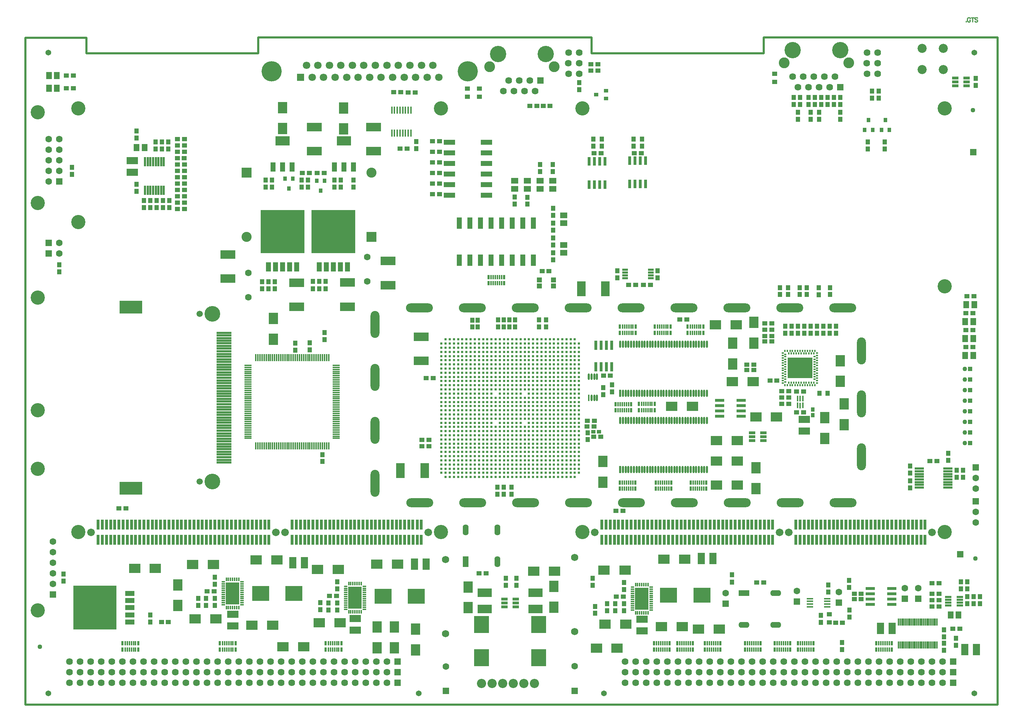
<source format=gts>
%FSLAX23Y23*%
%MOIN*%
G70*
G01*
G75*
G04 Layer_Color=8388736*
%ADD10C,0.010*%
%ADD11R,0.039X0.043*%
%ADD12C,0.040*%
%ADD13R,0.102X0.087*%
%ADD14R,0.087X0.102*%
%ADD15R,0.024X0.094*%
%ADD16R,0.043X0.039*%
%ADD17R,0.039X0.043*%
%ADD18R,0.010X0.039*%
%ADD19R,0.020X0.039*%
%ADD20R,0.028X0.035*%
%ADD21R,0.106X0.063*%
%ADD22R,0.157X0.138*%
%ADD23R,0.041X0.083*%
%ADD24R,0.413X0.406*%
%ADD25R,0.051X0.063*%
%ADD26R,0.033X0.039*%
%ADD27O,0.016X0.063*%
%ADD28R,0.134X0.085*%
%ADD29R,0.041X0.085*%
%ADD30R,0.033X0.039*%
%ADD31R,0.041X0.085*%
%ADD32R,0.026X0.075*%
%ADD33R,0.138X0.079*%
%ADD34R,0.047X0.039*%
%ADD35R,0.134X0.075*%
%ADD36R,0.138X0.157*%
%ADD37R,0.079X0.138*%
%ADD38R,0.016X0.063*%
%ADD39R,0.063X0.051*%
%ADD40R,0.063X0.106*%
%ADD41R,0.014X0.053*%
%ADD42O,0.250X0.080*%
%ADD43R,0.124X0.202*%
%ADD44O,0.031X0.010*%
%ADD45R,0.031X0.010*%
%ADD46R,0.010X0.031*%
%ADD47O,0.080X0.250*%
%ADD48R,0.024X0.087*%
%ADD49R,0.024X0.087*%
%ADD50C,0.020*%
%ADD51R,0.039X0.047*%
%ADD52R,0.018X0.081*%
%ADD53R,0.047X0.102*%
%ADD54R,0.081X0.018*%
%ADD55R,0.047X0.043*%
%ADD56R,0.047X0.043*%
%ADD57R,0.059X0.020*%
%ADD58R,0.059X0.020*%
%ADD59R,0.035X0.028*%
%ADD60R,0.083X0.041*%
%ADD61R,0.406X0.413*%
%ADD62R,0.039X0.033*%
%ADD63R,0.039X0.033*%
%ADD64R,0.059X0.014*%
%ADD65R,0.087X0.024*%
%ADD66R,0.012X0.065*%
%ADD67R,0.087X0.024*%
%ADD68R,0.049X0.015*%
%ADD69R,0.213X0.118*%
%ADD70R,0.138X0.016*%
%ADD71R,0.057X0.022*%
%ADD72R,0.012X0.063*%
%ADD73R,0.063X0.012*%
%ADD74R,0.102X0.047*%
%ADD75R,0.014X0.053*%
%ADD76R,0.010X0.065*%
%ADD77R,0.012X0.016*%
%ADD78R,0.228X0.189*%
%ADD79R,0.016X0.012*%
%ADD80O,0.014X0.059*%
%ADD81R,0.014X0.059*%
%ADD82C,0.005*%
%ADD83C,0.008*%
%ADD84C,0.020*%
%ADD85C,0.004*%
%ADD86C,0.012*%
%ADD87C,0.006*%
%ADD88C,0.015*%
%ADD89C,0.009*%
%ADD90C,0.130*%
%ADD91C,0.050*%
%ADD92C,0.039*%
%ADD93R,0.039X0.039*%
%ADD94C,0.059*%
%ADD95R,0.059X0.059*%
%ADD96R,0.091X0.091*%
%ADD97C,0.091*%
%ADD98C,0.060*%
%ADD99R,0.059X0.059*%
%ADD100C,0.065*%
%ADD101R,0.060X0.060*%
%ADD102C,0.068*%
%ADD103R,0.059X0.059*%
%ADD104C,0.059*%
%ADD105R,0.100X0.050*%
%ADD106O,0.100X0.050*%
%ADD107C,0.150*%
%ADD108C,0.098*%
%ADD109C,0.083*%
%ADD110C,0.082*%
%ADD111C,0.067*%
%ADD112R,0.067X0.067*%
%ADD113C,0.187*%
%ADD114O,0.050X0.100*%
%ADD115R,0.050X0.100*%
%ADD116C,0.144*%
%ADD117C,0.055*%
%ADD118C,0.016*%
%ADD119C,0.036*%
%ADD120C,0.160*%
%ADD121C,0.020*%
%ADD122C,0.030*%
%ADD123R,0.063X0.071*%
%ADD124R,0.071X0.063*%
%ADD125R,0.039X0.020*%
%ADD126R,0.039X0.010*%
%ADD127C,0.010*%
%ADD128C,0.008*%
%ADD129C,0.004*%
%ADD130C,0.001*%
%ADD131C,0.001*%
%ADD132C,0.007*%
%ADD133C,0.006*%
%ADD134R,0.146X0.031*%
%ADD135R,0.110X0.410*%
%ADD136R,0.110X0.405*%
%ADD137R,0.043X0.047*%
%ADD138C,0.044*%
%ADD139R,0.106X0.091*%
%ADD140R,0.091X0.106*%
%ADD141R,0.028X0.098*%
%ADD142R,0.047X0.043*%
%ADD143R,0.043X0.047*%
%ADD144R,0.014X0.043*%
%ADD145R,0.024X0.043*%
%ADD146R,0.032X0.039*%
%ADD147R,0.110X0.067*%
%ADD148R,0.161X0.142*%
%ADD149R,0.045X0.087*%
%ADD150R,0.417X0.410*%
%ADD151R,0.055X0.067*%
%ADD152R,0.037X0.043*%
%ADD153O,0.020X0.067*%
%ADD154R,0.138X0.089*%
%ADD155R,0.045X0.089*%
%ADD156R,0.037X0.043*%
%ADD157R,0.045X0.089*%
%ADD158R,0.030X0.079*%
%ADD159R,0.142X0.083*%
%ADD160R,0.051X0.043*%
%ADD161R,0.138X0.079*%
%ADD162R,0.142X0.161*%
%ADD163R,0.083X0.142*%
%ADD164R,0.020X0.067*%
%ADD165R,0.067X0.055*%
%ADD166R,0.067X0.110*%
%ADD167R,0.018X0.057*%
%ADD168O,0.254X0.084*%
%ADD169R,0.128X0.206*%
%ADD170O,0.035X0.014*%
%ADD171R,0.035X0.014*%
%ADD172R,0.014X0.035*%
%ADD173O,0.084X0.254*%
%ADD174R,0.028X0.091*%
%ADD175R,0.028X0.091*%
%ADD176C,0.024*%
%ADD177R,0.043X0.051*%
%ADD178R,0.022X0.085*%
%ADD179R,0.051X0.106*%
%ADD180R,0.085X0.022*%
%ADD181R,0.051X0.047*%
%ADD182R,0.051X0.047*%
%ADD183R,0.063X0.024*%
%ADD184R,0.063X0.024*%
%ADD185R,0.039X0.032*%
%ADD186R,0.087X0.045*%
%ADD187R,0.410X0.417*%
%ADD188R,0.043X0.037*%
%ADD189R,0.043X0.037*%
%ADD190R,0.063X0.018*%
%ADD191R,0.091X0.028*%
%ADD192R,0.016X0.069*%
%ADD193R,0.091X0.028*%
%ADD194R,0.053X0.019*%
%ADD195R,0.217X0.122*%
%ADD196R,0.142X0.020*%
%ADD197R,0.061X0.026*%
%ADD198R,0.016X0.067*%
%ADD199R,0.067X0.016*%
%ADD200R,0.106X0.051*%
%ADD201R,0.018X0.057*%
%ADD202R,0.014X0.069*%
%ADD203R,0.016X0.020*%
%ADD204R,0.232X0.193*%
%ADD205R,0.020X0.016*%
%ADD206O,0.018X0.063*%
%ADD207R,0.018X0.063*%
%ADD208C,0.134*%
%ADD209C,0.054*%
%ADD210C,0.043*%
%ADD211R,0.043X0.043*%
%ADD212C,0.063*%
%ADD213R,0.063X0.063*%
%ADD214R,0.095X0.095*%
%ADD215C,0.095*%
%ADD216C,0.064*%
%ADD217R,0.063X0.063*%
%ADD218C,0.069*%
%ADD219R,0.064X0.064*%
%ADD220C,0.072*%
%ADD221R,0.063X0.063*%
%ADD222C,0.063*%
%ADD223R,0.104X0.054*%
%ADD224O,0.104X0.054*%
%ADD225C,0.154*%
%ADD226C,0.102*%
%ADD227C,0.087*%
%ADD228C,0.086*%
%ADD229C,0.071*%
%ADD230R,0.071X0.071*%
%ADD231C,0.191*%
%ADD232O,0.054X0.104*%
%ADD233R,0.054X0.104*%
%ADD234C,0.148*%
%ADD235C,0.059*%
D84*
X13185Y6000D02*
Y12300D01*
X3999Y6000D02*
Y12299D01*
Y6000D02*
X13185D01*
X4575Y12150D02*
Y12299D01*
Y12150D02*
X6200D01*
Y12300D01*
X9350Y12150D02*
Y12300D01*
Y12150D02*
X10975D01*
Y12300D01*
X3999Y12299D02*
X4574D01*
X6200Y12300D02*
X9349D01*
X10975D02*
X13185D01*
D89*
X12888Y12453D02*
X12886Y12451D01*
X12888Y12449D01*
X12890Y12451D01*
X12888Y12453D01*
X12927Y12479D02*
X12925Y12483D01*
X12921Y12487D01*
X12918Y12489D01*
X12910D01*
X12906Y12487D01*
X12902Y12483D01*
X12900Y12479D01*
X12899Y12474D01*
Y12464D01*
X12900Y12459D01*
X12902Y12455D01*
X12906Y12451D01*
X12910Y12449D01*
X12918D01*
X12921Y12451D01*
X12925Y12455D01*
X12927Y12459D01*
Y12464D01*
X12918D02*
X12927D01*
X12950Y12489D02*
Y12449D01*
X12936Y12489D02*
X12963D01*
X12994Y12483D02*
X12991Y12487D01*
X12985Y12489D01*
X12977D01*
X12972Y12487D01*
X12968Y12483D01*
Y12479D01*
X12970Y12476D01*
X12972Y12474D01*
X12975Y12472D01*
X12987Y12468D01*
X12991Y12466D01*
X12992Y12464D01*
X12994Y12460D01*
Y12455D01*
X12991Y12451D01*
X12985Y12449D01*
X12977D01*
X12972Y12451D01*
X12968Y12455D01*
D137*
X6826Y9513D02*
D03*
Y9447D02*
D03*
X12860Y8147D02*
D03*
X8520Y8053D02*
D03*
Y7987D02*
D03*
X11700Y11667D02*
D03*
Y11733D02*
D03*
X11640Y11667D02*
D03*
Y11733D02*
D03*
X11580Y11667D02*
D03*
Y11733D02*
D03*
X11400Y11667D02*
D03*
Y11733D02*
D03*
X11520Y11667D02*
D03*
Y11733D02*
D03*
X11460Y11667D02*
D03*
Y11733D02*
D03*
X11320Y11667D02*
D03*
Y11733D02*
D03*
X11260Y11667D02*
D03*
Y11733D02*
D03*
X9656Y7087D02*
D03*
Y7154D02*
D03*
X9571Y6954D02*
D03*
Y6887D02*
D03*
X9656Y6887D02*
D03*
X9497Y6955D02*
D03*
Y6888D02*
D03*
X6946Y7095D02*
D03*
Y7162D02*
D03*
X6861Y6962D02*
D03*
Y6895D02*
D03*
X6946Y6895D02*
D03*
X6787Y6963D02*
D03*
Y6896D02*
D03*
X5790Y7137D02*
D03*
Y7203D02*
D03*
Y6937D02*
D03*
Y7003D02*
D03*
X12792Y6628D02*
D03*
Y6562D02*
D03*
X6805Y8362D02*
D03*
X8985Y10201D02*
D03*
X9382Y6863D02*
D03*
X6669Y10954D02*
D03*
X7691Y11318D02*
D03*
X6687Y9417D02*
D03*
X6805Y8296D02*
D03*
X11999Y11793D02*
D03*
Y11727D02*
D03*
X11960Y11313D02*
D03*
Y11247D02*
D03*
X12061Y11793D02*
D03*
Y11727D02*
D03*
X8593Y8053D02*
D03*
Y7987D02*
D03*
X12120Y11313D02*
D03*
Y11247D02*
D03*
X8572Y9634D02*
D03*
Y9568D02*
D03*
X8624Y9634D02*
D03*
Y9568D02*
D03*
X4320Y10153D02*
D03*
Y10087D02*
D03*
X6687Y9351D02*
D03*
X4440Y11073D02*
D03*
Y11007D02*
D03*
X6550Y9415D02*
D03*
Y9349D02*
D03*
X4360Y7167D02*
D03*
Y7233D02*
D03*
X9971Y10031D02*
D03*
Y10097D02*
D03*
X6609Y10887D02*
D03*
Y10954D02*
D03*
X6329Y10887D02*
D03*
Y10954D02*
D03*
X6669Y10887D02*
D03*
X7099Y10887D02*
D03*
Y10954D02*
D03*
X6918Y10888D02*
D03*
Y10955D02*
D03*
X6775Y9996D02*
D03*
X6714Y9929D02*
D03*
Y9996D02*
D03*
X6836D02*
D03*
Y9929D02*
D03*
X6295Y9994D02*
D03*
X6355Y9927D02*
D03*
Y9994D02*
D03*
X7691Y11251D02*
D03*
X10674Y7159D02*
D03*
Y7226D02*
D03*
X11584Y7064D02*
D03*
X11782Y7109D02*
D03*
X11786Y6828D02*
D03*
X5178Y6848D02*
D03*
Y6782D02*
D03*
X8540Y7127D02*
D03*
X8640Y7193D02*
D03*
Y7127D02*
D03*
X9360Y7193D02*
D03*
Y7127D02*
D03*
X9382Y6929D02*
D03*
X9233Y11807D02*
D03*
Y11873D02*
D03*
X6295Y9927D02*
D03*
X6775Y9929D02*
D03*
X9824Y11275D02*
D03*
X9744D02*
D03*
X9444D02*
D03*
X9364D02*
D03*
X13018Y7020D02*
D03*
Y6953D02*
D03*
X12958Y7020D02*
D03*
Y6953D02*
D03*
X12838Y7093D02*
D03*
Y7160D02*
D03*
X12898Y7020D02*
D03*
Y7160D02*
D03*
Y7093D02*
D03*
X12860Y8213D02*
D03*
X12800D02*
D03*
X12360Y8187D02*
D03*
Y8253D02*
D03*
X9591Y10097D02*
D03*
Y10031D02*
D03*
X8221Y9566D02*
D03*
Y9632D02*
D03*
X8271Y9566D02*
D03*
Y9632D02*
D03*
X8467Y9568D02*
D03*
Y9634D02*
D03*
X8518Y9568D02*
D03*
Y9634D02*
D03*
X8460Y7987D02*
D03*
Y8053D02*
D03*
X9744Y11342D02*
D03*
X9824D02*
D03*
X9364D02*
D03*
X9444D02*
D03*
X8981Y11035D02*
D03*
Y11102D02*
D03*
X8861Y11035D02*
D03*
Y11102D02*
D03*
X8741Y10792D02*
D03*
Y10726D02*
D03*
X8621Y10793D02*
D03*
Y10727D02*
D03*
X11660Y9573D02*
D03*
X11601Y9939D02*
D03*
X11497Y9938D02*
D03*
X11180Y9573D02*
D03*
X11240D02*
D03*
X11300D02*
D03*
X11360D02*
D03*
X11420D02*
D03*
X11480D02*
D03*
X11539D02*
D03*
X11599D02*
D03*
X8985Y10548D02*
D03*
Y10481D02*
D03*
Y10621D02*
D03*
Y10688D02*
D03*
Y10341D02*
D03*
Y10408D02*
D03*
Y10268D02*
D03*
X8919Y9567D02*
D03*
Y9633D02*
D03*
X8853Y9567D02*
D03*
Y9633D02*
D03*
X11715Y6522D02*
D03*
X12680Y6514D02*
D03*
Y6580D02*
D03*
Y6640D02*
D03*
Y6706D02*
D03*
X5118Y10762D02*
D03*
Y10695D02*
D03*
X5178Y10762D02*
D03*
Y10695D02*
D03*
X5238Y10762D02*
D03*
Y10695D02*
D03*
X5298Y10762D02*
D03*
Y10695D02*
D03*
X5358Y10762D02*
D03*
Y10695D02*
D03*
X5228Y11248D02*
D03*
Y11315D02*
D03*
X5288Y11248D02*
D03*
Y11315D02*
D03*
X5348Y11248D02*
D03*
Y11315D02*
D03*
X8540Y7193D02*
D03*
X11660Y9507D02*
D03*
X11601Y9873D02*
D03*
X11599Y9507D02*
D03*
X11539D02*
D03*
X11480D02*
D03*
X11420D02*
D03*
X11360D02*
D03*
X11300D02*
D03*
X11240D02*
D03*
X11180D02*
D03*
X11497Y9872D02*
D03*
X11782Y7175D02*
D03*
X11584Y7130D02*
D03*
X11381Y9939D02*
D03*
Y9873D02*
D03*
X11316Y9939D02*
D03*
Y9873D02*
D03*
X11204Y9939D02*
D03*
Y9873D02*
D03*
X11130D02*
D03*
Y9939D02*
D03*
X5705Y6937D02*
D03*
Y7003D02*
D03*
X6946Y6962D02*
D03*
X9656Y6954D02*
D03*
X11517Y6843D02*
D03*
X12800Y8147D02*
D03*
X11517Y6777D02*
D03*
X11786Y6894D02*
D03*
X11715Y6588D02*
D03*
X5050Y11350D02*
D03*
Y11416D02*
D03*
X5048Y10915D02*
D03*
Y10848D02*
D03*
X12360Y8113D02*
D03*
Y8047D02*
D03*
X12720Y8307D02*
D03*
Y8373D02*
D03*
X9312Y8569D02*
D03*
Y8503D02*
D03*
X6269Y10887D02*
D03*
Y10954D02*
D03*
X6979Y10888D02*
D03*
Y10955D02*
D03*
X6235Y9927D02*
D03*
Y9994D02*
D03*
X5631Y6938D02*
D03*
Y7004D02*
D03*
X12980Y11913D02*
D03*
Y11847D02*
D03*
X11700Y11527D02*
D03*
Y11593D02*
D03*
X11420Y11527D02*
D03*
Y11593D02*
D03*
X11500Y11527D02*
D03*
Y11593D02*
D03*
X11300Y11527D02*
D03*
Y11593D02*
D03*
X9458Y8928D02*
D03*
Y8994D02*
D03*
X9542Y8954D02*
D03*
Y9020D02*
D03*
D138*
X12952Y11614D02*
D03*
X12975Y7380D02*
D03*
X4137Y6549D02*
D03*
D139*
X8802Y7260D02*
D03*
X8998D02*
D03*
X5031Y7286D02*
D03*
X5227D02*
D03*
X10724Y8493D02*
D03*
X10528D02*
D03*
X10678Y9051D02*
D03*
X10874D02*
D03*
X11097Y8716D02*
D03*
X10901D02*
D03*
X10724Y8300D02*
D03*
X10528D02*
D03*
X10724Y8073D02*
D03*
X10528D02*
D03*
X10716Y9586D02*
D03*
X10520D02*
D03*
X10556Y6714D02*
D03*
X10360D02*
D03*
X6629Y6546D02*
D03*
X6433D02*
D03*
X10032Y7373D02*
D03*
X10228D02*
D03*
X7318Y7326D02*
D03*
X7514D02*
D03*
X6178Y7367D02*
D03*
X6374D02*
D03*
X10008Y6738D02*
D03*
X10204D02*
D03*
X6138Y6750D02*
D03*
X6334D02*
D03*
X9467Y7271D02*
D03*
X9664D02*
D03*
X6758Y7279D02*
D03*
X6955D02*
D03*
X5580Y7325D02*
D03*
X5776D02*
D03*
X9475Y6760D02*
D03*
X9671D02*
D03*
X6775Y6773D02*
D03*
X6971D02*
D03*
X5602Y6810D02*
D03*
X5798D02*
D03*
X10303Y8818D02*
D03*
X10107D02*
D03*
X9394Y6535D02*
D03*
X9590D02*
D03*
D140*
X7005Y11439D02*
D03*
Y11635D02*
D03*
X6430Y11637D02*
D03*
Y11441D02*
D03*
X5440Y7132D02*
D03*
Y6936D02*
D03*
X6341Y9647D02*
D03*
Y9451D02*
D03*
X8181Y6916D02*
D03*
Y7112D02*
D03*
X8993Y7117D02*
D03*
Y6921D02*
D03*
X10882Y9610D02*
D03*
Y9414D02*
D03*
X11552Y8710D02*
D03*
Y8514D02*
D03*
X11699Y9249D02*
D03*
Y9053D02*
D03*
X10901Y8236D02*
D03*
Y8040D02*
D03*
X10682Y9415D02*
D03*
Y9219D02*
D03*
X9455Y8101D02*
D03*
Y8297D02*
D03*
X7685Y6715D02*
D03*
Y6519D02*
D03*
X7322Y6735D02*
D03*
Y6539D02*
D03*
X7486Y6734D02*
D03*
Y6538D02*
D03*
X11736Y8840D02*
D03*
Y8644D02*
D03*
D141*
X6300Y7558D02*
D03*
X7740D02*
D03*
X6795D02*
D03*
X7740Y7700D02*
D03*
X7386Y7558D02*
D03*
Y7700D02*
D03*
X6874Y7558D02*
D03*
Y7700D02*
D03*
X6300D02*
D03*
X5828Y7558D02*
D03*
Y7700D02*
D03*
X5434Y7558D02*
D03*
X5435Y7700D02*
D03*
X5040Y7558D02*
D03*
X5040Y7700D02*
D03*
X4843Y7558D02*
D03*
Y7700D02*
D03*
X4804Y7558D02*
D03*
Y7700D02*
D03*
X4765Y7558D02*
D03*
Y7700D02*
D03*
X4725Y7558D02*
D03*
Y7700D02*
D03*
X4686Y7558D02*
D03*
Y7700D02*
D03*
X6953Y7558D02*
D03*
Y7700D02*
D03*
X5906Y7558D02*
D03*
Y7700D02*
D03*
X5867Y7558D02*
D03*
X6913D02*
D03*
Y7700D02*
D03*
X5867D02*
D03*
X5355Y7558D02*
D03*
Y7700D02*
D03*
X5315Y7558D02*
D03*
X5316Y7700D02*
D03*
X5276Y7558D02*
D03*
Y7700D02*
D03*
X5237Y7558D02*
D03*
Y7700D02*
D03*
X5198Y7558D02*
D03*
Y7700D02*
D03*
X5158Y7558D02*
D03*
Y7700D02*
D03*
X5119Y7558D02*
D03*
Y7700D02*
D03*
X5080Y7558D02*
D03*
X5080Y7700D02*
D03*
X5394Y7558D02*
D03*
Y7700D02*
D03*
X5749Y7558D02*
D03*
Y7700D02*
D03*
X5709Y7558D02*
D03*
Y7700D02*
D03*
X5670Y7558D02*
D03*
Y7700D02*
D03*
X5631Y7558D02*
D03*
Y7700D02*
D03*
X5591Y7558D02*
D03*
Y7700D02*
D03*
X5552Y7558D02*
D03*
Y7700D02*
D03*
X5513Y7558D02*
D03*
Y7700D02*
D03*
X5473Y7558D02*
D03*
Y7700D02*
D03*
X5788Y7558D02*
D03*
Y7700D02*
D03*
X7307Y7558D02*
D03*
Y7700D02*
D03*
X7268Y7558D02*
D03*
Y7700D02*
D03*
X7228Y7558D02*
D03*
Y7700D02*
D03*
X7190Y7558D02*
D03*
X7189Y7700D02*
D03*
X7149Y7558D02*
D03*
Y7700D02*
D03*
X7110Y7558D02*
D03*
Y7700D02*
D03*
X7071Y7558D02*
D03*
Y7700D02*
D03*
X7031Y7558D02*
D03*
Y7700D02*
D03*
X6992Y7558D02*
D03*
Y7700D02*
D03*
X7701Y7558D02*
D03*
Y7700D02*
D03*
X7661Y7558D02*
D03*
X7660Y7700D02*
D03*
X7622Y7558D02*
D03*
Y7700D02*
D03*
X7583Y7558D02*
D03*
Y7700D02*
D03*
X7543Y7558D02*
D03*
Y7700D02*
D03*
X7504Y7558D02*
D03*
Y7700D02*
D03*
X7464Y7558D02*
D03*
Y7700D02*
D03*
X7425Y7558D02*
D03*
Y7700D02*
D03*
X7346Y7558D02*
D03*
Y7700D02*
D03*
X6261Y7558D02*
D03*
Y7700D02*
D03*
X6221Y7558D02*
D03*
Y7700D02*
D03*
X6182Y7558D02*
D03*
Y7700D02*
D03*
X6143Y7558D02*
D03*
Y7700D02*
D03*
X6103Y7558D02*
D03*
Y7700D02*
D03*
X6064Y7558D02*
D03*
Y7700D02*
D03*
X6024Y7558D02*
D03*
Y7700D02*
D03*
X5985Y7558D02*
D03*
Y7700D02*
D03*
X5946Y7558D02*
D03*
Y7700D02*
D03*
X6795D02*
D03*
X6756Y7558D02*
D03*
Y7700D02*
D03*
X6716Y7558D02*
D03*
Y7700D02*
D03*
X6677Y7558D02*
D03*
Y7700D02*
D03*
X6638Y7558D02*
D03*
Y7700D02*
D03*
X6598Y7558D02*
D03*
Y7700D02*
D03*
X6559Y7558D02*
D03*
Y7700D02*
D03*
X6520Y7558D02*
D03*
Y7700D02*
D03*
X6834Y7558D02*
D03*
Y7700D02*
D03*
X5001Y7558D02*
D03*
Y7700D02*
D03*
X4961Y7558D02*
D03*
Y7700D02*
D03*
X4922Y7558D02*
D03*
Y7700D02*
D03*
X4883Y7558D02*
D03*
Y7700D02*
D03*
X9643D02*
D03*
Y7558D02*
D03*
X9682Y7700D02*
D03*
Y7558D02*
D03*
X9721Y7700D02*
D03*
Y7558D02*
D03*
X9761Y7700D02*
D03*
Y7558D02*
D03*
X10706Y7700D02*
D03*
Y7558D02*
D03*
X10745Y7700D02*
D03*
Y7558D02*
D03*
X10784Y7700D02*
D03*
Y7558D02*
D03*
X10824Y7700D02*
D03*
Y7558D02*
D03*
X10863Y7700D02*
D03*
Y7558D02*
D03*
X10903Y7700D02*
D03*
Y7558D02*
D03*
X10942Y7700D02*
D03*
Y7558D02*
D03*
X10981Y7700D02*
D03*
Y7558D02*
D03*
X11021Y7700D02*
D03*
Y7558D02*
D03*
X10548Y7700D02*
D03*
Y7558D02*
D03*
X10233Y7700D02*
D03*
Y7558D02*
D03*
X10273Y7700D02*
D03*
Y7558D02*
D03*
X10312Y7700D02*
D03*
Y7558D02*
D03*
X10351Y7700D02*
D03*
Y7558D02*
D03*
X10391Y7700D02*
D03*
Y7558D02*
D03*
X10430Y7700D02*
D03*
Y7558D02*
D03*
X10469Y7700D02*
D03*
Y7558D02*
D03*
X10509Y7700D02*
D03*
Y7558D02*
D03*
X10154Y7700D02*
D03*
Y7558D02*
D03*
X9840Y7700D02*
D03*
X9840Y7558D02*
D03*
X9879Y7700D02*
D03*
Y7558D02*
D03*
X9918Y7700D02*
D03*
Y7558D02*
D03*
X9958Y7700D02*
D03*
Y7558D02*
D03*
X9997Y7700D02*
D03*
Y7558D02*
D03*
X10036Y7700D02*
D03*
Y7558D02*
D03*
X10076Y7700D02*
D03*
X10075Y7558D02*
D03*
X10115Y7700D02*
D03*
Y7558D02*
D03*
X10627Y7700D02*
D03*
Y7558D02*
D03*
X10666Y7700D02*
D03*
Y7558D02*
D03*
X9446Y7700D02*
D03*
Y7558D02*
D03*
X9485Y7700D02*
D03*
Y7558D02*
D03*
X9525Y7700D02*
D03*
Y7558D02*
D03*
X9564Y7700D02*
D03*
Y7558D02*
D03*
X9603Y7700D02*
D03*
Y7558D02*
D03*
X9800Y7700D02*
D03*
X9800Y7558D02*
D03*
X10195Y7700D02*
D03*
X10194Y7558D02*
D03*
X10588Y7700D02*
D03*
Y7558D02*
D03*
X11060Y7700D02*
D03*
Y7558D02*
D03*
X11594Y7700D02*
D03*
Y7558D02*
D03*
X11555D02*
D03*
X11280Y7700D02*
D03*
Y7558D02*
D03*
X11319Y7700D02*
D03*
Y7558D02*
D03*
X11358Y7700D02*
D03*
Y7558D02*
D03*
X11398Y7700D02*
D03*
Y7558D02*
D03*
X11437Y7700D02*
D03*
Y7558D02*
D03*
X11476Y7700D02*
D03*
Y7558D02*
D03*
X11516Y7700D02*
D03*
Y7558D02*
D03*
X11555Y7700D02*
D03*
X12106D02*
D03*
Y7558D02*
D03*
X12185Y7700D02*
D03*
Y7558D02*
D03*
X12224Y7700D02*
D03*
Y7558D02*
D03*
X12264Y7700D02*
D03*
Y7558D02*
D03*
X12303Y7700D02*
D03*
Y7558D02*
D03*
X12343Y7700D02*
D03*
Y7558D02*
D03*
X12382Y7700D02*
D03*
Y7558D02*
D03*
X12420Y7700D02*
D03*
X12421Y7558D02*
D03*
X12461Y7700D02*
D03*
Y7558D02*
D03*
X11752Y7700D02*
D03*
Y7558D02*
D03*
X11791Y7700D02*
D03*
Y7558D02*
D03*
X11831Y7700D02*
D03*
Y7558D02*
D03*
X11870Y7700D02*
D03*
Y7558D02*
D03*
X11909Y7700D02*
D03*
Y7558D02*
D03*
X11949Y7700D02*
D03*
X11950Y7558D02*
D03*
X11988Y7700D02*
D03*
Y7558D02*
D03*
X12028Y7700D02*
D03*
Y7558D02*
D03*
X12067Y7700D02*
D03*
Y7558D02*
D03*
X11673Y7700D02*
D03*
X11713D02*
D03*
Y7558D02*
D03*
X11634Y7700D02*
D03*
Y7558D02*
D03*
X12146Y7700D02*
D03*
Y7558D02*
D03*
X12500Y7700D02*
D03*
X11673Y7558D02*
D03*
X12500D02*
D03*
D142*
X9527Y9106D02*
D03*
X9461D02*
D03*
X11286Y8957D02*
D03*
X11352D02*
D03*
X11147Y8960D02*
D03*
X11213D02*
D03*
X11147Y8840D02*
D03*
X11213D02*
D03*
X10182Y9636D02*
D03*
X9307Y8629D02*
D03*
X11353Y8760D02*
D03*
X11287D02*
D03*
X11147Y8900D02*
D03*
X11213D02*
D03*
X9582Y7021D02*
D03*
X9649D02*
D03*
X6873Y7029D02*
D03*
X6940D02*
D03*
X12961Y9856D02*
D03*
X12894D02*
D03*
X12951Y9536D02*
D03*
X12884D02*
D03*
X12951Y9376D02*
D03*
X12884D02*
D03*
X12951Y9696D02*
D03*
X12884D02*
D03*
X9342Y12047D02*
D03*
X9408D02*
D03*
X9342Y11989D02*
D03*
X9408D02*
D03*
X5350Y6781D02*
D03*
X6683Y11021D02*
D03*
X9374Y8681D02*
D03*
X9308D02*
D03*
X7847Y10820D02*
D03*
X7913D02*
D03*
X7847Y10920D02*
D03*
X7913D02*
D03*
X7847Y11020D02*
D03*
X7913D02*
D03*
X7847Y11120D02*
D03*
X7913D02*
D03*
X7847Y11220D02*
D03*
X7913D02*
D03*
X7847Y11320D02*
D03*
X7913D02*
D03*
X4387Y11820D02*
D03*
X4453D02*
D03*
X4387Y11940D02*
D03*
X4453D02*
D03*
X9904Y9964D02*
D03*
X9838D02*
D03*
X6616Y11021D02*
D03*
X6756D02*
D03*
X6823D02*
D03*
X10977Y7153D02*
D03*
X10910D02*
D03*
X5284Y6781D02*
D03*
X7545Y11785D02*
D03*
X7478D02*
D03*
X9751Y11208D02*
D03*
X9818D02*
D03*
X9371D02*
D03*
X9438D02*
D03*
X9373Y8629D02*
D03*
X10248Y9636D02*
D03*
X12632Y6986D02*
D03*
X12565D02*
D03*
X12632Y6926D02*
D03*
Y7046D02*
D03*
Y7146D02*
D03*
X8947Y10093D02*
D03*
X8881D02*
D03*
X9698Y9964D02*
D03*
X9764D02*
D03*
X7747Y8500D02*
D03*
X7813D02*
D03*
X7747Y8440D02*
D03*
X7813D02*
D03*
X8891Y11654D02*
D03*
X8957D02*
D03*
X8767D02*
D03*
X8833D02*
D03*
X7786Y9083D02*
D03*
X7852D02*
D03*
X12763Y6719D02*
D03*
X12829D02*
D03*
X5434Y11042D02*
D03*
X5501Y10982D02*
D03*
X5434D02*
D03*
X5434Y11102D02*
D03*
X5501D02*
D03*
X5434Y10922D02*
D03*
X5434Y11161D02*
D03*
X5500D02*
D03*
X5501Y10862D02*
D03*
X5434D02*
D03*
X5434Y11222D02*
D03*
X5501D02*
D03*
X5501Y10802D02*
D03*
X5434D02*
D03*
X5434Y11282D02*
D03*
X5501D02*
D03*
X5434Y10742D02*
D03*
X5434Y11342D02*
D03*
X5501D02*
D03*
X5501Y10682D02*
D03*
X5434D02*
D03*
X11897Y7048D02*
D03*
Y6997D02*
D03*
X12565Y7146D02*
D03*
Y7046D02*
D03*
Y6926D02*
D03*
X5501Y10922D02*
D03*
X5501Y11042D02*
D03*
X11831Y6997D02*
D03*
X10881Y9162D02*
D03*
X10815D02*
D03*
X11053Y9480D02*
D03*
X10987D02*
D03*
X11053Y9430D02*
D03*
X10987D02*
D03*
X11053Y9540D02*
D03*
X10987D02*
D03*
X11053Y9600D02*
D03*
X10987D02*
D03*
X5501Y10742D02*
D03*
X7616Y11782D02*
D03*
X7682D02*
D03*
X9645Y7830D02*
D03*
X9579D02*
D03*
X11831Y7048D02*
D03*
X10815Y9212D02*
D03*
X10881D02*
D03*
X4948Y7854D02*
D03*
X4882D02*
D03*
X11034Y9062D02*
D03*
X11100D02*
D03*
X12547Y8300D02*
D03*
X12613D02*
D03*
X9368Y8531D02*
D03*
X9434D02*
D03*
X7605Y11251D02*
D03*
X7539D02*
D03*
X11720Y6774D02*
D03*
X11654D02*
D03*
X5783Y7070D02*
D03*
X5717D02*
D03*
X8353Y7240D02*
D03*
X8287D02*
D03*
D143*
X12898Y6953D02*
D03*
D144*
X10408Y8099D02*
D03*
X10070Y9511D02*
D03*
X10051D02*
D03*
X10031D02*
D03*
X10011D02*
D03*
X9992D02*
D03*
X9972D02*
D03*
Y9570D02*
D03*
X9992D02*
D03*
X10011D02*
D03*
X10031D02*
D03*
X10051D02*
D03*
X10070D02*
D03*
X10310Y8099D02*
D03*
X10329D02*
D03*
X10349D02*
D03*
X10369D02*
D03*
X10388D02*
D03*
X10408Y8040D02*
D03*
X10388D02*
D03*
X10369D02*
D03*
X10349D02*
D03*
X10329D02*
D03*
X10310D02*
D03*
X9600Y8839D02*
D03*
X9619D02*
D03*
X9639D02*
D03*
X9659D02*
D03*
X9698D02*
D03*
X9678D02*
D03*
X9698Y8780D02*
D03*
X9678D02*
D03*
X9659D02*
D03*
X9639D02*
D03*
X9619D02*
D03*
X9600D02*
D03*
X11201Y6580D02*
D03*
X11182D02*
D03*
X11162D02*
D03*
X11142D02*
D03*
X11123D02*
D03*
X11103D02*
D03*
X11201Y6521D02*
D03*
X11182D02*
D03*
X11162D02*
D03*
X11142D02*
D03*
X11123D02*
D03*
X11103D02*
D03*
X5001Y6580D02*
D03*
X5021D02*
D03*
X9920Y8781D02*
D03*
X9901D02*
D03*
X9881D02*
D03*
X9861D02*
D03*
X9842D02*
D03*
X9822D02*
D03*
X9980Y8099D02*
D03*
X9999D02*
D03*
X10019D02*
D03*
X10039D02*
D03*
X10058D02*
D03*
X10078D02*
D03*
X10380Y9511D02*
D03*
X10361D02*
D03*
X10341D02*
D03*
X10321D02*
D03*
X10302D02*
D03*
X10282D02*
D03*
X9740D02*
D03*
X9721D02*
D03*
X9701D02*
D03*
X9681D02*
D03*
X9662D02*
D03*
X9642D02*
D03*
X11323Y6521D02*
D03*
X11343D02*
D03*
X11362D02*
D03*
X11382D02*
D03*
X11402D02*
D03*
X11421D02*
D03*
X11323Y6580D02*
D03*
X11343D02*
D03*
X11362D02*
D03*
X11382D02*
D03*
X11402D02*
D03*
X11421D02*
D03*
X12063Y6521D02*
D03*
X12083D02*
D03*
X12102D02*
D03*
X12122D02*
D03*
X12142D02*
D03*
X12161D02*
D03*
X12063Y6580D02*
D03*
X12083D02*
D03*
X12102D02*
D03*
X12122D02*
D03*
X12142D02*
D03*
X12161D02*
D03*
X10183Y6521D02*
D03*
X10203D02*
D03*
X10222D02*
D03*
X10242D02*
D03*
X10262D02*
D03*
X10281D02*
D03*
X10183Y6580D02*
D03*
X10203D02*
D03*
X10222D02*
D03*
X10242D02*
D03*
X10262D02*
D03*
X10281D02*
D03*
X6960Y6580D02*
D03*
X6941D02*
D03*
X6921D02*
D03*
X6901D02*
D03*
X6882D02*
D03*
X6862D02*
D03*
X6960Y6521D02*
D03*
X6941D02*
D03*
X6921D02*
D03*
X6901D02*
D03*
X6882D02*
D03*
X6862D02*
D03*
X5960Y6580D02*
D03*
X5941D02*
D03*
X5921D02*
D03*
X5901D02*
D03*
X5882D02*
D03*
X5862D02*
D03*
X5960Y6521D02*
D03*
X5941D02*
D03*
X5921D02*
D03*
X5901D02*
D03*
X5882D02*
D03*
X5862D02*
D03*
X5040Y6580D02*
D03*
X4981D02*
D03*
X4962D02*
D03*
X4942D02*
D03*
X5040Y6521D02*
D03*
X5021D02*
D03*
X5001D02*
D03*
X4981D02*
D03*
X4962D02*
D03*
X4942D02*
D03*
X10541Y6580D02*
D03*
X10522D02*
D03*
X10502D02*
D03*
X10482D02*
D03*
X10463D02*
D03*
X10443D02*
D03*
X10541Y6521D02*
D03*
X10522D02*
D03*
X10502D02*
D03*
X10482D02*
D03*
X10463D02*
D03*
X10443D02*
D03*
X9822Y8840D02*
D03*
X9842D02*
D03*
X9861D02*
D03*
X9881D02*
D03*
X9901D02*
D03*
X9920D02*
D03*
X10078Y8040D02*
D03*
X10058D02*
D03*
X10039D02*
D03*
X10019D02*
D03*
X9999D02*
D03*
X9980D02*
D03*
X10282Y9570D02*
D03*
X10302D02*
D03*
X10321D02*
D03*
X10341D02*
D03*
X10361D02*
D03*
X10380D02*
D03*
X9642D02*
D03*
X9662D02*
D03*
X9681D02*
D03*
X9701D02*
D03*
X9721D02*
D03*
X9740D02*
D03*
X10823Y6521D02*
D03*
X10843D02*
D03*
X10862D02*
D03*
X10882D02*
D03*
X10902D02*
D03*
X10921D02*
D03*
X10823Y6580D02*
D03*
X10843D02*
D03*
X10862D02*
D03*
X10882D02*
D03*
X10902D02*
D03*
X10921D02*
D03*
X9640Y8040D02*
D03*
X9659D02*
D03*
X9679D02*
D03*
X9699D02*
D03*
X9718D02*
D03*
X9738D02*
D03*
Y8099D02*
D03*
X9718D02*
D03*
X9699D02*
D03*
X9679D02*
D03*
X9659D02*
D03*
X9640Y8099D02*
D03*
X8498Y10039D02*
D03*
X8478D02*
D03*
X8459D02*
D03*
X8439D02*
D03*
X8419D02*
D03*
X8400D02*
D03*
X8498Y9980D02*
D03*
X8478D02*
D03*
X8459D02*
D03*
X8439D02*
D03*
X8419D02*
D03*
X8400D02*
D03*
X10061Y6580D02*
D03*
X10042D02*
D03*
X10022D02*
D03*
X10002D02*
D03*
X9983D02*
D03*
X9963D02*
D03*
X10061Y6521D02*
D03*
X10042D02*
D03*
X10022D02*
D03*
X10002D02*
D03*
X9983D02*
D03*
X9963D02*
D03*
D145*
X10433Y8099D02*
D03*
X10095Y9511D02*
D03*
X9947D02*
D03*
Y9570D02*
D03*
X10095D02*
D03*
X10285Y8099D02*
D03*
X10433Y8040D02*
D03*
X10285D02*
D03*
X9575Y8839D02*
D03*
X9723D02*
D03*
Y8780D02*
D03*
X9575D02*
D03*
X11226Y6580D02*
D03*
X11078D02*
D03*
X11226Y6521D02*
D03*
X11078D02*
D03*
X9945Y8781D02*
D03*
X9797D02*
D03*
X9955Y8099D02*
D03*
X10103D02*
D03*
X10405Y9511D02*
D03*
X10257D02*
D03*
X9765D02*
D03*
X9617D02*
D03*
X11298Y6521D02*
D03*
X11446D02*
D03*
X11298Y6580D02*
D03*
X11446D02*
D03*
X12038Y6521D02*
D03*
X12186D02*
D03*
X12038Y6580D02*
D03*
X12186D02*
D03*
X10158Y6521D02*
D03*
X10306D02*
D03*
X10158Y6580D02*
D03*
X10306D02*
D03*
X6985Y6580D02*
D03*
X6837D02*
D03*
X6985Y6521D02*
D03*
X6837D02*
D03*
X5985Y6580D02*
D03*
X5837D02*
D03*
X5985Y6521D02*
D03*
X5837D02*
D03*
X5065Y6580D02*
D03*
X4917D02*
D03*
X5065Y6521D02*
D03*
X4917D02*
D03*
X10566Y6580D02*
D03*
X10418D02*
D03*
X10566Y6521D02*
D03*
X10418D02*
D03*
X9797Y8840D02*
D03*
X9945D02*
D03*
X10103Y8040D02*
D03*
X9955D02*
D03*
X10257Y9570D02*
D03*
X10405D02*
D03*
X9617D02*
D03*
X9765D02*
D03*
X10798Y6521D02*
D03*
X10946D02*
D03*
X10798Y6580D02*
D03*
X10946D02*
D03*
X9615Y8040D02*
D03*
X9763D02*
D03*
Y8099D02*
D03*
X9615D02*
D03*
X8523Y10039D02*
D03*
X8375D02*
D03*
X8523Y9980D02*
D03*
X8375D02*
D03*
X10086Y6580D02*
D03*
X9938D02*
D03*
X10086Y6521D02*
D03*
X9938D02*
D03*
D146*
X11440Y8734D02*
D03*
Y8786D02*
D03*
D147*
X11360Y8585D02*
D03*
Y8695D02*
D03*
X9826Y6806D02*
D03*
Y6696D02*
D03*
X7116Y6814D02*
D03*
Y6704D02*
D03*
X5008Y11027D02*
D03*
Y11137D02*
D03*
X5960Y6745D02*
D03*
Y6855D02*
D03*
D148*
X10077Y7034D02*
D03*
X10391D02*
D03*
X7378Y7025D02*
D03*
X7692D02*
D03*
X6537Y7050D02*
D03*
X6223D02*
D03*
D149*
X6976Y10134D02*
D03*
X7043D02*
D03*
X6909D02*
D03*
X6775D02*
D03*
X6496D02*
D03*
X6563D02*
D03*
X6429D02*
D03*
X6295D02*
D03*
X6842D02*
D03*
X6362D02*
D03*
D150*
X6909Y10467D02*
D03*
X6429D02*
D03*
D151*
X12965Y9776D02*
D03*
X12890D02*
D03*
X12955Y9456D02*
D03*
X12880D02*
D03*
X12955Y9296D02*
D03*
X12880D02*
D03*
X12955Y9616D02*
D03*
X12880D02*
D03*
X5125Y11262D02*
D03*
X4223Y11820D02*
D03*
X4297D02*
D03*
X4223Y11940D02*
D03*
X4297D02*
D03*
X12741Y6846D02*
D03*
X12816D02*
D03*
X5050Y11262D02*
D03*
D152*
X6752Y10948D02*
D03*
X6452Y10968D02*
D03*
X12004Y11426D02*
D03*
X12163Y11427D02*
D03*
D153*
X10285Y8220D02*
D03*
X10260D02*
D03*
X10209D02*
D03*
X9953D02*
D03*
X10081D02*
D03*
X10234D02*
D03*
X9953Y8683D02*
D03*
X10029D02*
D03*
X10209D02*
D03*
X9671Y8220D02*
D03*
X9748D02*
D03*
X9825D02*
D03*
X9901D02*
D03*
X9978D02*
D03*
X10055D02*
D03*
X10439D02*
D03*
Y8683D02*
D03*
X10081D02*
D03*
X9978D02*
D03*
X9901D02*
D03*
X9825D02*
D03*
X9748D02*
D03*
X9671D02*
D03*
X9620D02*
D03*
X10413Y8220D02*
D03*
X10183D02*
D03*
X10337Y8683D02*
D03*
X9697D02*
D03*
X9774Y8220D02*
D03*
X10388D02*
D03*
X10157D02*
D03*
X10362Y8683D02*
D03*
X10132D02*
D03*
X9722D02*
D03*
X9799Y8220D02*
D03*
X10362D02*
D03*
X10132D02*
D03*
X10388Y8683D02*
D03*
X10157D02*
D03*
X9774D02*
D03*
X9850Y8220D02*
D03*
X10337D02*
D03*
X10413Y8683D02*
D03*
X10183D02*
D03*
X9799D02*
D03*
X9876Y8220D02*
D03*
X10311D02*
D03*
X10029D02*
D03*
X10234Y8683D02*
D03*
X9850D02*
D03*
X9927Y8220D02*
D03*
X10260Y8683D02*
D03*
X9876D02*
D03*
X10004Y8220D02*
D03*
X9646D02*
D03*
X10285Y8683D02*
D03*
X9927D02*
D03*
X10106Y8220D02*
D03*
X9697D02*
D03*
X10311Y8683D02*
D03*
X9646D02*
D03*
X9722Y8220D02*
D03*
X10055Y8683D02*
D03*
X10106D02*
D03*
X10004D02*
D03*
X10285Y8940D02*
D03*
X10260D02*
D03*
X10209D02*
D03*
X9850D02*
D03*
X9953D02*
D03*
X10081D02*
D03*
X10234D02*
D03*
X9953Y9403D02*
D03*
X10029D02*
D03*
X10209D02*
D03*
X9671Y8940D02*
D03*
X9748D02*
D03*
X9825D02*
D03*
X9901D02*
D03*
X9978D02*
D03*
X10055D02*
D03*
X10439D02*
D03*
Y9403D02*
D03*
X10081D02*
D03*
X9978D02*
D03*
X9901D02*
D03*
X9825D02*
D03*
X9748D02*
D03*
X9671D02*
D03*
X9620D02*
D03*
X10413Y8940D02*
D03*
X10183D02*
D03*
X9799D02*
D03*
X10337Y9403D02*
D03*
X10388Y8940D02*
D03*
X10157D02*
D03*
X9774D02*
D03*
X9927Y9403D02*
D03*
X10362D02*
D03*
X10132D02*
D03*
X10362Y8940D02*
D03*
X10132D02*
D03*
X9722D02*
D03*
X9876Y9403D02*
D03*
X10388D02*
D03*
X10157D02*
D03*
X10337Y8940D02*
D03*
X10106D02*
D03*
X9697D02*
D03*
X9850Y9403D02*
D03*
X10413D02*
D03*
X10183D02*
D03*
X10311Y8940D02*
D03*
X10029D02*
D03*
X9646D02*
D03*
X9799Y9403D02*
D03*
X10234D02*
D03*
X9646D02*
D03*
X9774D02*
D03*
X10260D02*
D03*
X9927Y8940D02*
D03*
X9722Y9403D02*
D03*
X10285D02*
D03*
X9876Y8940D02*
D03*
X9697Y9403D02*
D03*
X10311D02*
D03*
X10055D02*
D03*
X10004Y8940D02*
D03*
Y9403D02*
D03*
X10106D02*
D03*
D154*
X7009Y11323D02*
D03*
X6429D02*
D03*
D155*
X7009Y11079D02*
D03*
X7100D02*
D03*
X6520D02*
D03*
X6429D02*
D03*
D156*
X6527Y10968D02*
D03*
X6489Y10874D02*
D03*
X6827Y10948D02*
D03*
X6789Y10854D02*
D03*
X11967Y11520D02*
D03*
X11930Y11426D02*
D03*
X12126Y11521D02*
D03*
X12089Y11427D02*
D03*
D157*
X6919Y11079D02*
D03*
X6339D02*
D03*
D158*
X9859Y11138D02*
D03*
X9709D02*
D03*
X9809D02*
D03*
X9759D02*
D03*
Y10918D02*
D03*
X9809D02*
D03*
X9859D02*
D03*
X9709D02*
D03*
X9326Y10910D02*
D03*
X9476D02*
D03*
X9426D02*
D03*
X9376D02*
D03*
Y11130D02*
D03*
X9426D02*
D03*
X9326D02*
D03*
X9476D02*
D03*
D159*
X6729Y11227D02*
D03*
Y11455D02*
D03*
X7289D02*
D03*
Y11227D02*
D03*
X7042Y9759D02*
D03*
X7424Y9962D02*
D03*
Y10190D02*
D03*
X6562Y9756D02*
D03*
X5913Y10251D02*
D03*
Y10023D02*
D03*
X7740Y9474D02*
D03*
Y9246D02*
D03*
X6562Y9984D02*
D03*
X7042Y9987D02*
D03*
D160*
X8288Y11741D02*
D03*
Y11819D02*
D03*
X8176Y11741D02*
D03*
X11595Y6776D02*
D03*
Y6854D02*
D03*
X8176Y11819D02*
D03*
X11080Y11959D02*
D03*
Y11881D02*
D03*
D161*
X8820Y6903D02*
D03*
Y7057D02*
D03*
X8340Y6903D02*
D03*
Y7057D02*
D03*
D162*
X8850Y6757D02*
D03*
Y6443D02*
D03*
X8310D02*
D03*
Y6757D02*
D03*
D163*
X7543Y8210D02*
D03*
X7771D02*
D03*
X9480Y9928D02*
D03*
X9252D02*
D03*
D164*
X9620Y8220D02*
D03*
Y8940D02*
D03*
D165*
X8861Y10871D02*
D03*
Y10946D02*
D03*
X8741D02*
D03*
Y10871D02*
D03*
X8621Y10946D02*
D03*
Y10871D02*
D03*
X9084Y10546D02*
D03*
Y10620D02*
D03*
X9086Y10341D02*
D03*
Y10267D02*
D03*
X8981Y10946D02*
D03*
Y10871D02*
D03*
D166*
X12189Y6722D02*
D03*
X12079D02*
D03*
X7677Y7329D02*
D03*
X7787D02*
D03*
X10385Y7382D02*
D03*
X10495D02*
D03*
X12987Y6521D02*
D03*
X12877D02*
D03*
X6635Y7340D02*
D03*
X6525D02*
D03*
D167*
X11320Y8825D02*
D03*
X11346Y8828D02*
D03*
X11294Y8892D02*
D03*
X11320D02*
D03*
X11294Y8828D02*
D03*
D168*
X11723Y9749D02*
D03*
X11223D02*
D03*
X10723D02*
D03*
X10223D02*
D03*
X9723D02*
D03*
X9223D02*
D03*
X8723D02*
D03*
X8223D02*
D03*
X7723D02*
D03*
X7725Y7906D02*
D03*
X8225D02*
D03*
X8725D02*
D03*
X9225D02*
D03*
X9725D02*
D03*
X10225D02*
D03*
X10725D02*
D03*
X11225D02*
D03*
X11725D02*
D03*
D169*
X5957Y7051D02*
D03*
X7113Y7010D02*
D03*
X9823Y7002D02*
D03*
D170*
X5869Y7160D02*
D03*
X7025Y7119D02*
D03*
X9735Y7111D02*
D03*
D171*
X5869Y7140D02*
D03*
Y7121D02*
D03*
Y7101D02*
D03*
Y7081D02*
D03*
Y7062D02*
D03*
Y7042D02*
D03*
Y7022D02*
D03*
Y7003D02*
D03*
Y6983D02*
D03*
Y6963D02*
D03*
Y6943D02*
D03*
X6045D02*
D03*
Y6963D02*
D03*
Y6983D02*
D03*
Y7003D02*
D03*
Y7022D02*
D03*
Y7042D02*
D03*
Y7062D02*
D03*
Y7081D02*
D03*
Y7101D02*
D03*
Y7121D02*
D03*
Y7140D02*
D03*
Y7160D02*
D03*
X7025Y7099D02*
D03*
Y7080D02*
D03*
Y7060D02*
D03*
Y7040D02*
D03*
Y7021D02*
D03*
Y7001D02*
D03*
Y6981D02*
D03*
Y6962D02*
D03*
Y6942D02*
D03*
Y6922D02*
D03*
Y6902D02*
D03*
X7201D02*
D03*
Y6922D02*
D03*
Y6942D02*
D03*
Y6962D02*
D03*
Y6981D02*
D03*
Y7001D02*
D03*
Y7021D02*
D03*
Y7040D02*
D03*
Y7060D02*
D03*
Y7080D02*
D03*
Y7099D02*
D03*
Y7119D02*
D03*
X9911Y7111D02*
D03*
Y7091D02*
D03*
Y7072D02*
D03*
Y7052D02*
D03*
Y7032D02*
D03*
Y7013D02*
D03*
Y6993D02*
D03*
Y6973D02*
D03*
Y6954D02*
D03*
Y6934D02*
D03*
Y6914D02*
D03*
Y6894D02*
D03*
X9735D02*
D03*
Y6914D02*
D03*
Y6934D02*
D03*
Y6954D02*
D03*
Y6973D02*
D03*
Y6993D02*
D03*
Y7013D02*
D03*
Y7032D02*
D03*
Y7052D02*
D03*
Y7072D02*
D03*
Y7091D02*
D03*
D172*
X5898Y6918D02*
D03*
X5917D02*
D03*
X5937D02*
D03*
X5957D02*
D03*
X5976D02*
D03*
X5996D02*
D03*
X6016D02*
D03*
Y7184D02*
D03*
X5996D02*
D03*
X5976D02*
D03*
X5957D02*
D03*
X5937D02*
D03*
X5917D02*
D03*
X5898D02*
D03*
X7054Y6877D02*
D03*
X7073D02*
D03*
X7093D02*
D03*
X7113D02*
D03*
X7132D02*
D03*
X7152D02*
D03*
X7172D02*
D03*
Y7143D02*
D03*
X7152D02*
D03*
X7132D02*
D03*
X7113D02*
D03*
X7093D02*
D03*
X7073D02*
D03*
X7054D02*
D03*
X9764Y7135D02*
D03*
X9783D02*
D03*
X9803D02*
D03*
X9823D02*
D03*
X9842D02*
D03*
X9862D02*
D03*
X9882D02*
D03*
Y6869D02*
D03*
X9862D02*
D03*
X9842D02*
D03*
X9823D02*
D03*
X9803D02*
D03*
X9783D02*
D03*
X9764D02*
D03*
D173*
X11900Y9342D02*
D03*
Y8842D02*
D03*
Y8342D02*
D03*
X7303Y8091D02*
D03*
Y8591D02*
D03*
Y9091D02*
D03*
Y9591D02*
D03*
D174*
X9439Y9190D02*
D03*
X9489D02*
D03*
X9539D02*
D03*
X9389Y9394D02*
D03*
X9439D02*
D03*
X9489D02*
D03*
X9539D02*
D03*
D175*
X9389Y9190D02*
D03*
D176*
X8403Y8820D02*
D03*
X8206Y8702D02*
D03*
X8167D02*
D03*
X7970Y8938D02*
D03*
X9111Y8898D02*
D03*
X9033D02*
D03*
X7930Y8544D02*
D03*
X7970D02*
D03*
X8206Y8977D02*
D03*
X8245Y8938D02*
D03*
X8088Y8269D02*
D03*
X9230Y8347D02*
D03*
X9033D02*
D03*
Y8583D02*
D03*
X9190Y8387D02*
D03*
X9072Y8583D02*
D03*
X8009Y8820D02*
D03*
X8088Y8859D02*
D03*
X8285Y8741D02*
D03*
X8049Y8859D02*
D03*
X8324Y8741D02*
D03*
X8206Y8898D02*
D03*
X8167Y8938D02*
D03*
X8915Y9056D02*
D03*
X9190Y9213D02*
D03*
X9151D02*
D03*
X9230Y9095D02*
D03*
Y9135D02*
D03*
X9033Y9174D02*
D03*
X8993D02*
D03*
X9072Y9253D02*
D03*
X9033D02*
D03*
X8954Y9017D02*
D03*
X9111D02*
D03*
X8993Y9213D02*
D03*
X9151Y8977D02*
D03*
X8954Y9174D02*
D03*
X9190Y9253D02*
D03*
X8915Y9135D02*
D03*
X8403Y8780D02*
D03*
X8009Y8898D02*
D03*
X8127Y8702D02*
D03*
X8049Y8898D02*
D03*
Y8702D02*
D03*
X8245Y8662D02*
D03*
X8285D02*
D03*
X8324Y8702D02*
D03*
X8875Y8426D02*
D03*
X8915D02*
D03*
X7970Y8229D02*
D03*
X8088Y8662D02*
D03*
X8049D02*
D03*
X8167Y8387D02*
D03*
Y8347D02*
D03*
X7930Y8308D02*
D03*
X7970D02*
D03*
X8009D02*
D03*
X8049D02*
D03*
X7930Y8426D02*
D03*
X7970D02*
D03*
X7930Y8269D02*
D03*
Y8229D02*
D03*
X8088Y8623D02*
D03*
Y8583D02*
D03*
X8049Y8387D02*
D03*
Y8347D02*
D03*
X7930Y8505D02*
D03*
X8678Y8741D02*
D03*
X8718Y8702D02*
D03*
X8875Y8190D02*
D03*
Y8229D02*
D03*
X8718Y8426D02*
D03*
X8757D02*
D03*
X8797Y8269D02*
D03*
Y8308D02*
D03*
X8875Y8150D02*
D03*
X8915D02*
D03*
X8757Y8308D02*
D03*
Y8347D02*
D03*
X8836Y8150D02*
D03*
Y8190D02*
D03*
X8797D02*
D03*
Y8229D02*
D03*
X9151Y8150D02*
D03*
Y8190D02*
D03*
X8993Y8269D02*
D03*
Y8308D02*
D03*
X9072Y8150D02*
D03*
X9111D02*
D03*
X8757Y8583D02*
D03*
Y8623D02*
D03*
X8797Y8465D02*
D03*
X8954Y8387D02*
D03*
Y8426D02*
D03*
X9111Y8229D02*
D03*
X9151D02*
D03*
X7930Y8623D02*
D03*
Y8347D02*
D03*
X7970D02*
D03*
X8088Y8544D02*
D03*
X8127D02*
D03*
X8088Y8426D02*
D03*
Y8387D02*
D03*
X8206Y8583D02*
D03*
X8245Y8544D02*
D03*
X8206Y8505D02*
D03*
Y8465D02*
D03*
X8167Y8583D02*
D03*
Y8544D02*
D03*
X7970Y8387D02*
D03*
X8009D02*
D03*
X8049Y8544D02*
D03*
X8639Y9095D02*
D03*
X8678Y9135D02*
D03*
X8718Y9213D02*
D03*
Y9253D02*
D03*
Y9292D02*
D03*
X8757D02*
D03*
X8797Y9450D02*
D03*
X8836D02*
D03*
X8639Y9056D02*
D03*
X8678D02*
D03*
X8836Y9292D02*
D03*
Y9331D02*
D03*
X8757Y9213D02*
D03*
X8797D02*
D03*
X8718Y9095D02*
D03*
Y9135D02*
D03*
X8797Y9371D02*
D03*
Y9410D02*
D03*
Y9253D02*
D03*
Y9292D02*
D03*
X8875Y9410D02*
D03*
Y9450D02*
D03*
X8836Y9371D02*
D03*
X8875D02*
D03*
X8836Y8347D02*
D03*
Y8387D02*
D03*
X8875Y9331D02*
D03*
X8915D02*
D03*
X8993Y9450D02*
D03*
X9033D02*
D03*
X8954Y8308D02*
D03*
Y8347D02*
D03*
X8678Y8583D02*
D03*
Y8623D02*
D03*
X8836Y8269D02*
D03*
Y8308D02*
D03*
X8954Y8150D02*
D03*
Y8190D02*
D03*
X8797Y8387D02*
D03*
Y8426D02*
D03*
X8915Y8229D02*
D03*
X8954D02*
D03*
X8678Y8544D02*
D03*
X8718D02*
D03*
X8954Y9371D02*
D03*
Y9410D02*
D03*
X9151Y9331D02*
D03*
Y9371D02*
D03*
X8993Y9292D02*
D03*
X9033D02*
D03*
X9072Y9331D02*
D03*
X9111D02*
D03*
X8797Y9095D02*
D03*
X8836Y9135D02*
D03*
X8757Y8977D02*
D03*
Y9017D02*
D03*
X9033Y9331D02*
D03*
Y9371D02*
D03*
X9111Y9410D02*
D03*
X9151D02*
D03*
X9072Y9450D02*
D03*
X9111D02*
D03*
X9072Y9371D02*
D03*
Y9410D02*
D03*
X8915Y9253D02*
D03*
Y9292D02*
D03*
X8954D02*
D03*
Y9331D02*
D03*
X8757Y9095D02*
D03*
Y9135D02*
D03*
X8718Y9017D02*
D03*
Y9056D02*
D03*
X8993Y9371D02*
D03*
Y9410D02*
D03*
X8797Y9174D02*
D03*
X8836D02*
D03*
Y9253D02*
D03*
X8875D02*
D03*
X8993Y8190D02*
D03*
Y8229D02*
D03*
X8875Y8347D02*
D03*
Y8387D02*
D03*
X9033Y8150D02*
D03*
Y8190D02*
D03*
X8678Y8662D02*
D03*
X8718Y8623D02*
D03*
Y8465D02*
D03*
X8757Y8505D02*
D03*
X9072Y8190D02*
D03*
Y8229D02*
D03*
X8915Y8308D02*
D03*
Y8347D02*
D03*
Y9450D02*
D03*
Y9410D02*
D03*
X8875Y8269D02*
D03*
X8915D02*
D03*
X8088Y9056D02*
D03*
X8127D02*
D03*
X9190Y8977D02*
D03*
X9111Y9292D02*
D03*
Y8938D02*
D03*
X9190Y9371D02*
D03*
X9151Y9292D02*
D03*
X8993Y9253D02*
D03*
X9072Y8938D02*
D03*
X9190Y9410D02*
D03*
X8954Y9213D02*
D03*
X8875Y9174D02*
D03*
X8915Y9213D02*
D03*
X9072Y8977D02*
D03*
Y9017D02*
D03*
X9230Y9292D02*
D03*
X9190D02*
D03*
X8088Y9174D02*
D03*
X8049D02*
D03*
X8088Y9253D02*
D03*
X8049D02*
D03*
Y8977D02*
D03*
X8088D02*
D03*
X7970Y9410D02*
D03*
Y9371D02*
D03*
Y8505D02*
D03*
X8009D02*
D03*
X8049Y8583D02*
D03*
X8009D02*
D03*
X8049Y9331D02*
D03*
Y9292D02*
D03*
X8285Y8465D02*
D03*
X8245D02*
D03*
X8285Y8426D02*
D03*
X8245Y8387D02*
D03*
X8127Y8347D02*
D03*
X8088D02*
D03*
X8521Y9331D02*
D03*
X8482D02*
D03*
X8521Y8150D02*
D03*
X8482D02*
D03*
X8206Y9292D02*
D03*
X8324Y8465D02*
D03*
X8206Y9253D02*
D03*
X8363Y8505D02*
D03*
X8324Y8820D02*
D03*
X8363D02*
D03*
X8009Y8702D02*
D03*
X8049Y8741D02*
D03*
Y8780D02*
D03*
X8009D02*
D03*
Y8859D02*
D03*
X8324Y8662D02*
D03*
X8127Y8898D02*
D03*
Y8938D02*
D03*
Y8662D02*
D03*
X8363Y8898D02*
D03*
X8206Y8623D02*
D03*
X8167D02*
D03*
X8049Y8938D02*
D03*
X8954Y8741D02*
D03*
X9033Y8780D02*
D03*
X8915Y8820D02*
D03*
X8954D02*
D03*
X7930Y8702D02*
D03*
X8993Y8859D02*
D03*
Y8820D02*
D03*
X8875Y8780D02*
D03*
X9072Y8820D02*
D03*
X9190Y8583D02*
D03*
X9230D02*
D03*
X8954Y8505D02*
D03*
X9033Y8308D02*
D03*
X9072Y8426D02*
D03*
X9151Y8308D02*
D03*
X9190Y9450D02*
D03*
X9151D02*
D03*
X8954D02*
D03*
X8757D02*
D03*
X8639D02*
D03*
X8600D02*
D03*
X8560D02*
D03*
X8363D02*
D03*
X8167D02*
D03*
X7970D02*
D03*
X9230Y9410D02*
D03*
X9033D02*
D03*
X8836D02*
D03*
X8639D02*
D03*
X8442D02*
D03*
X8285D02*
D03*
X8245D02*
D03*
X8049D02*
D03*
X7930D02*
D03*
X9230Y9371D02*
D03*
X9111D02*
D03*
X8915D02*
D03*
X8718D02*
D03*
X8521D02*
D03*
X8324D02*
D03*
X8127D02*
D03*
X7930D02*
D03*
X9230Y9331D02*
D03*
X9190D02*
D03*
X8993D02*
D03*
X8797D02*
D03*
X8600D02*
D03*
X8403D02*
D03*
X8245D02*
D03*
X8206D02*
D03*
X8127D02*
D03*
X8088D02*
D03*
X8009D02*
D03*
X7970D02*
D03*
X9072Y9292D02*
D03*
X8875D02*
D03*
X8678D02*
D03*
X8482D02*
D03*
X8285D02*
D03*
X8127D02*
D03*
X8088D02*
D03*
X8009D02*
D03*
X9230Y9253D02*
D03*
X9151D02*
D03*
X9111D02*
D03*
X8954D02*
D03*
X8757D02*
D03*
X8560D02*
D03*
X8363D02*
D03*
X8245D02*
D03*
X8167D02*
D03*
X8127D02*
D03*
X8009D02*
D03*
X7970D02*
D03*
X7930D02*
D03*
X9230Y9213D02*
D03*
X9111D02*
D03*
X9072D02*
D03*
X9033D02*
D03*
X8875D02*
D03*
X8836D02*
D03*
X8639D02*
D03*
X8442D02*
D03*
X8403D02*
D03*
X8245D02*
D03*
X8167D02*
D03*
X8127D02*
D03*
X8088D02*
D03*
X8049D02*
D03*
X7930D02*
D03*
X9230Y9174D02*
D03*
X9190D02*
D03*
X9151D02*
D03*
X9111D02*
D03*
X9072D02*
D03*
X8915D02*
D03*
X8757D02*
D03*
X8718D02*
D03*
X8521D02*
D03*
X8324D02*
D03*
X8167D02*
D03*
X8127D02*
D03*
X7930D02*
D03*
X9190Y9135D02*
D03*
X9151D02*
D03*
X9111D02*
D03*
X9072D02*
D03*
X9033D02*
D03*
X8993D02*
D03*
X8954D02*
D03*
X8875D02*
D03*
X8797D02*
D03*
X8639D02*
D03*
X8600D02*
D03*
X8403D02*
D03*
X8324D02*
D03*
X8245D02*
D03*
X8206D02*
D03*
X8167D02*
D03*
X8127D02*
D03*
X8009D02*
D03*
X9190Y9095D02*
D03*
X9151D02*
D03*
X9111D02*
D03*
X9072D02*
D03*
X9033D02*
D03*
X8993D02*
D03*
X8954D02*
D03*
X8915D02*
D03*
X8875D02*
D03*
X8836D02*
D03*
X8678D02*
D03*
X8521D02*
D03*
X8482D02*
D03*
X8442D02*
D03*
X8324D02*
D03*
X8285D02*
D03*
X8127D02*
D03*
X8088D02*
D03*
X8049D02*
D03*
X9230Y9056D02*
D03*
X9190D02*
D03*
X9151D02*
D03*
X9111D02*
D03*
X9072D02*
D03*
X9033D02*
D03*
X8993D02*
D03*
X8954D02*
D03*
X8875D02*
D03*
X8836D02*
D03*
X8797D02*
D03*
X8757D02*
D03*
X8560D02*
D03*
X8521D02*
D03*
X8403D02*
D03*
X8363D02*
D03*
X8324D02*
D03*
X8167D02*
D03*
X8049D02*
D03*
X7970D02*
D03*
X9230Y9017D02*
D03*
X9190D02*
D03*
X9151D02*
D03*
X9033D02*
D03*
X8993D02*
D03*
X8915D02*
D03*
X8875D02*
D03*
X8836D02*
D03*
X8797D02*
D03*
X8678D02*
D03*
X8639D02*
D03*
X8442D02*
D03*
X8363D02*
D03*
X8324D02*
D03*
X8285D02*
D03*
X8245D02*
D03*
X8206D02*
D03*
X8049D02*
D03*
X9230Y8977D02*
D03*
X9111D02*
D03*
X9033D02*
D03*
X8993D02*
D03*
X8954D02*
D03*
X8915D02*
D03*
X8875D02*
D03*
X8836D02*
D03*
X8797D02*
D03*
X8718D02*
D03*
X8678D02*
D03*
X8639D02*
D03*
X8521D02*
D03*
X8482D02*
D03*
X8363D02*
D03*
X8324D02*
D03*
X8285D02*
D03*
X8245D02*
D03*
X8167D02*
D03*
X8127D02*
D03*
X8009D02*
D03*
X7970D02*
D03*
X7930D02*
D03*
X9230Y8938D02*
D03*
X9190D02*
D03*
X9151D02*
D03*
X9033D02*
D03*
X8993D02*
D03*
X8954D02*
D03*
X8915D02*
D03*
X8875D02*
D03*
X8836D02*
D03*
X8797D02*
D03*
X8757D02*
D03*
X8678D02*
D03*
X8639D02*
D03*
X8600D02*
D03*
X8521D02*
D03*
X8403D02*
D03*
X8363D02*
D03*
X8324D02*
D03*
X8285D02*
D03*
X8206D02*
D03*
X8009D02*
D03*
X7930D02*
D03*
X9230Y8898D02*
D03*
X9190D02*
D03*
X9151D02*
D03*
X9072D02*
D03*
X8993D02*
D03*
X8954D02*
D03*
X8915D02*
D03*
X8875D02*
D03*
X8836D02*
D03*
X8797D02*
D03*
X8757D02*
D03*
X8718D02*
D03*
X8678D02*
D03*
X8639D02*
D03*
X8560D02*
D03*
X8521D02*
D03*
X8482D02*
D03*
X8324D02*
D03*
X8285D02*
D03*
X8245D02*
D03*
X8167D02*
D03*
X8088D02*
D03*
X7970D02*
D03*
X7930D02*
D03*
X9230Y8859D02*
D03*
X9190D02*
D03*
X9151D02*
D03*
X9111D02*
D03*
X8954D02*
D03*
X8915D02*
D03*
X8875D02*
D03*
X8836D02*
D03*
X8797D02*
D03*
X8757D02*
D03*
X8718D02*
D03*
X8678D02*
D03*
X8639D02*
D03*
X8600D02*
D03*
X8560D02*
D03*
X8521D02*
D03*
X8442D02*
D03*
X8363D02*
D03*
X8324D02*
D03*
X8167D02*
D03*
X8127D02*
D03*
X7970D02*
D03*
X7930D02*
D03*
X9230Y8820D02*
D03*
X9190D02*
D03*
X9151D02*
D03*
X9111D02*
D03*
X9033D02*
D03*
X8836D02*
D03*
X8797D02*
D03*
X8757D02*
D03*
X8718D02*
D03*
X8678D02*
D03*
X8639D02*
D03*
X8560D02*
D03*
X8482D02*
D03*
X8442D02*
D03*
X8245D02*
D03*
X8049D02*
D03*
X7970D02*
D03*
X7930D02*
D03*
X9230Y8780D02*
D03*
X9190D02*
D03*
X9151D02*
D03*
X9111D02*
D03*
X8993D02*
D03*
X8954D02*
D03*
X8915D02*
D03*
X8836D02*
D03*
X8797D02*
D03*
X8757D02*
D03*
X8718D02*
D03*
X8678D02*
D03*
X8600D02*
D03*
X8521D02*
D03*
X8482D02*
D03*
X8442D02*
D03*
X8363D02*
D03*
X8324D02*
D03*
X8127D02*
D03*
X7970D02*
D03*
X7930D02*
D03*
X9230Y8741D02*
D03*
X9190D02*
D03*
X9151D02*
D03*
X9111D02*
D03*
X9072D02*
D03*
X9033D02*
D03*
X8993D02*
D03*
X8915D02*
D03*
X8875D02*
D03*
X8836D02*
D03*
X8797D02*
D03*
X8757D02*
D03*
X8718D02*
D03*
X8639D02*
D03*
X8600D02*
D03*
X8560D02*
D03*
X8482D02*
D03*
X8442D02*
D03*
X8403D02*
D03*
X8363D02*
D03*
X8245D02*
D03*
X8206D02*
D03*
X8009D02*
D03*
X7970D02*
D03*
X7930D02*
D03*
X9230Y8702D02*
D03*
X9190D02*
D03*
X9151D02*
D03*
X9111D02*
D03*
X9072D02*
D03*
X9033D02*
D03*
X8993D02*
D03*
X8954D02*
D03*
X8915D02*
D03*
X8875D02*
D03*
X8836D02*
D03*
X8797D02*
D03*
X8757D02*
D03*
X8678D02*
D03*
X8639D02*
D03*
X8600D02*
D03*
X8482D02*
D03*
X8442D02*
D03*
X8403D02*
D03*
X8363D02*
D03*
X8285D02*
D03*
X8245D02*
D03*
X8088D02*
D03*
X7970D02*
D03*
X9151Y8662D02*
D03*
X9111D02*
D03*
X9072D02*
D03*
X9033D02*
D03*
X8993D02*
D03*
X8954D02*
D03*
X8915D02*
D03*
X8875D02*
D03*
X8836D02*
D03*
X8797D02*
D03*
X8757D02*
D03*
X8639D02*
D03*
X8560D02*
D03*
X8521D02*
D03*
X8482D02*
D03*
X8403D02*
D03*
X8363D02*
D03*
X8206D02*
D03*
X8167D02*
D03*
X8009D02*
D03*
X7970D02*
D03*
X7930D02*
D03*
X9230Y8623D02*
D03*
X9033D02*
D03*
X8993D02*
D03*
X8954D02*
D03*
X8915D02*
D03*
X8875D02*
D03*
X8836D02*
D03*
X8797D02*
D03*
X8639D02*
D03*
X8521D02*
D03*
X8482D02*
D03*
X8442D02*
D03*
X8363D02*
D03*
X8324D02*
D03*
X8285D02*
D03*
X8245D02*
D03*
X8049D02*
D03*
X8009D02*
D03*
X7970D02*
D03*
X9111Y8583D02*
D03*
X8954D02*
D03*
X8915D02*
D03*
X8875D02*
D03*
X8836D02*
D03*
X8797D02*
D03*
X8718D02*
D03*
X8521D02*
D03*
X8482D02*
D03*
X8363D02*
D03*
X8324D02*
D03*
X8285D02*
D03*
X8245D02*
D03*
X8127D02*
D03*
X7970D02*
D03*
X7930D02*
D03*
X9190Y8544D02*
D03*
X8993D02*
D03*
X8836D02*
D03*
X8797D02*
D03*
X8757D02*
D03*
X8600D02*
D03*
X8403D02*
D03*
X8363D02*
D03*
X8324D02*
D03*
X8285D02*
D03*
X8206D02*
D03*
X8009D02*
D03*
X9072Y8505D02*
D03*
X8875D02*
D03*
X8797D02*
D03*
X8718D02*
D03*
X8678D02*
D03*
X8482D02*
D03*
X8442D02*
D03*
X8324D02*
D03*
X8285D02*
D03*
X8245D02*
D03*
X8167D02*
D03*
X8127D02*
D03*
X8088D02*
D03*
X8049D02*
D03*
X9151Y8465D02*
D03*
X8993D02*
D03*
X8954D02*
D03*
X8915D02*
D03*
X8757D02*
D03*
X8560D02*
D03*
X8521D02*
D03*
X8403D02*
D03*
X8363D02*
D03*
X8167D02*
D03*
X8127D02*
D03*
X8088D02*
D03*
X8049D02*
D03*
X8009D02*
D03*
X7970D02*
D03*
X7930D02*
D03*
X9230Y8426D02*
D03*
X9033D02*
D03*
X8836D02*
D03*
X8639D02*
D03*
X8482D02*
D03*
X8442D02*
D03*
X8403D02*
D03*
X8324D02*
D03*
X8245D02*
D03*
X8206D02*
D03*
X8049D02*
D03*
X8009D02*
D03*
X9111Y8387D02*
D03*
X8915D02*
D03*
X8757D02*
D03*
X8718D02*
D03*
X8600D02*
D03*
X8521D02*
D03*
X8482D02*
D03*
X8324D02*
D03*
X8285D02*
D03*
X8206D02*
D03*
X8127D02*
D03*
X7930D02*
D03*
X9190Y8347D02*
D03*
X8993D02*
D03*
X8797D02*
D03*
X8600D02*
D03*
X8403D02*
D03*
X8206D02*
D03*
X8009D02*
D03*
X9072Y8308D02*
D03*
X8875D02*
D03*
X8678D02*
D03*
X8482D02*
D03*
X8285D02*
D03*
X8088D02*
D03*
X9151Y8269D02*
D03*
X8954D02*
D03*
X8757D02*
D03*
X8560D02*
D03*
X8363D02*
D03*
X8167D02*
D03*
X7970D02*
D03*
X9230Y8229D02*
D03*
X9033D02*
D03*
X8836D02*
D03*
X8639D02*
D03*
X8442D02*
D03*
X8324D02*
D03*
X8245D02*
D03*
X8049D02*
D03*
X9230Y8190D02*
D03*
X9111D02*
D03*
X8915D02*
D03*
X8718D02*
D03*
X8521D02*
D03*
X8324D02*
D03*
X8127D02*
D03*
X7970D02*
D03*
X7930D02*
D03*
X9190Y8150D02*
D03*
X8993D02*
D03*
X8797D02*
D03*
X8757D02*
D03*
X8600D02*
D03*
X8403D02*
D03*
X8206D02*
D03*
X8009D02*
D03*
X7970D02*
D03*
X8560Y8623D02*
D03*
Y8938D02*
D03*
Y8780D02*
D03*
X8600Y8898D02*
D03*
Y8662D02*
D03*
X8521Y8702D02*
D03*
Y8741D02*
D03*
X8560Y8702D02*
D03*
X8600Y8623D02*
D03*
X8560Y8977D02*
D03*
X8600D02*
D03*
Y8820D02*
D03*
X8639Y8780D02*
D03*
X9230Y8505D02*
D03*
Y8465D02*
D03*
Y8269D02*
D03*
X8442Y9450D02*
D03*
Y9371D02*
D03*
Y9331D02*
D03*
Y9292D02*
D03*
Y9253D02*
D03*
Y9174D02*
D03*
Y9135D02*
D03*
Y9056D02*
D03*
Y8977D02*
D03*
Y8898D02*
D03*
Y8583D02*
D03*
Y8544D02*
D03*
Y8465D02*
D03*
Y8387D02*
D03*
Y8347D02*
D03*
Y8308D02*
D03*
Y8269D02*
D03*
Y8190D02*
D03*
Y8150D02*
D03*
X8403Y9450D02*
D03*
Y9410D02*
D03*
Y9371D02*
D03*
Y9292D02*
D03*
Y9253D02*
D03*
Y9174D02*
D03*
Y9095D02*
D03*
Y9017D02*
D03*
Y8977D02*
D03*
Y8623D02*
D03*
Y8583D02*
D03*
Y8505D02*
D03*
Y8387D02*
D03*
Y8308D02*
D03*
Y8269D02*
D03*
Y8229D02*
D03*
Y8190D02*
D03*
X8363Y9410D02*
D03*
Y9371D02*
D03*
Y9331D02*
D03*
Y9292D02*
D03*
Y9213D02*
D03*
Y9174D02*
D03*
Y9135D02*
D03*
Y9095D02*
D03*
Y8426D02*
D03*
Y8387D02*
D03*
Y8347D02*
D03*
Y8308D02*
D03*
Y8229D02*
D03*
Y8190D02*
D03*
Y8150D02*
D03*
X8324Y9450D02*
D03*
Y9410D02*
D03*
Y9331D02*
D03*
Y9292D02*
D03*
Y9253D02*
D03*
Y9213D02*
D03*
Y8347D02*
D03*
Y8308D02*
D03*
Y8269D02*
D03*
Y8150D02*
D03*
X8285Y9450D02*
D03*
Y9371D02*
D03*
Y9331D02*
D03*
Y9253D02*
D03*
Y9213D02*
D03*
Y9174D02*
D03*
Y8859D02*
D03*
Y8820D02*
D03*
Y8780D02*
D03*
Y8347D02*
D03*
Y8269D02*
D03*
Y8229D02*
D03*
Y8190D02*
D03*
Y8150D02*
D03*
X8245Y9450D02*
D03*
Y9371D02*
D03*
Y9292D02*
D03*
Y9174D02*
D03*
Y9095D02*
D03*
Y8859D02*
D03*
Y8780D02*
D03*
Y8347D02*
D03*
Y8308D02*
D03*
Y8269D02*
D03*
Y8190D02*
D03*
Y8150D02*
D03*
X8206Y9450D02*
D03*
Y9410D02*
D03*
Y9371D02*
D03*
Y9213D02*
D03*
Y9174D02*
D03*
Y9095D02*
D03*
Y9056D02*
D03*
Y8859D02*
D03*
Y8820D02*
D03*
Y8780D02*
D03*
Y8308D02*
D03*
Y8269D02*
D03*
Y8229D02*
D03*
Y8190D02*
D03*
X8167Y9410D02*
D03*
Y9371D02*
D03*
Y9331D02*
D03*
Y9292D02*
D03*
Y9095D02*
D03*
Y9017D02*
D03*
Y8820D02*
D03*
Y8780D02*
D03*
Y8741D02*
D03*
Y8426D02*
D03*
Y8308D02*
D03*
Y8229D02*
D03*
Y8190D02*
D03*
Y8150D02*
D03*
X8127Y9450D02*
D03*
Y8820D02*
D03*
Y8741D02*
D03*
Y8426D02*
D03*
Y8308D02*
D03*
Y8269D02*
D03*
Y8229D02*
D03*
Y8150D02*
D03*
X8088Y9450D02*
D03*
Y9410D02*
D03*
Y9371D02*
D03*
Y9135D02*
D03*
Y8938D02*
D03*
Y8820D02*
D03*
Y8780D02*
D03*
Y8741D02*
D03*
Y8229D02*
D03*
Y8190D02*
D03*
Y8150D02*
D03*
X8049Y9450D02*
D03*
Y9371D02*
D03*
Y8269D02*
D03*
Y8190D02*
D03*
Y8150D02*
D03*
X8009Y9450D02*
D03*
Y9410D02*
D03*
Y9371D02*
D03*
Y9213D02*
D03*
Y9095D02*
D03*
Y8269D02*
D03*
Y8229D02*
D03*
Y8190D02*
D03*
X7970Y9213D02*
D03*
Y9135D02*
D03*
Y9095D02*
D03*
Y9017D02*
D03*
X7930Y9135D02*
D03*
Y9095D02*
D03*
Y9056D02*
D03*
Y9017D02*
D03*
X9190Y8623D02*
D03*
Y8465D02*
D03*
Y8426D02*
D03*
Y8269D02*
D03*
X9151Y8583D02*
D03*
Y8544D02*
D03*
Y8426D02*
D03*
Y8347D02*
D03*
X9111Y8544D02*
D03*
Y8505D02*
D03*
X9072Y8859D02*
D03*
Y8780D02*
D03*
X9033Y8859D02*
D03*
Y8505D02*
D03*
Y8465D02*
D03*
X8875Y8820D02*
D03*
X8757Y9410D02*
D03*
Y9371D02*
D03*
Y9331D02*
D03*
Y8229D02*
D03*
Y8190D02*
D03*
X8718Y9450D02*
D03*
Y9410D02*
D03*
Y9331D02*
D03*
Y8347D02*
D03*
Y8308D02*
D03*
Y8269D02*
D03*
Y8229D02*
D03*
Y8150D02*
D03*
X8678Y9450D02*
D03*
Y9410D02*
D03*
Y9371D02*
D03*
Y9331D02*
D03*
Y9253D02*
D03*
Y9213D02*
D03*
Y9174D02*
D03*
Y8465D02*
D03*
Y8426D02*
D03*
Y8387D02*
D03*
Y8347D02*
D03*
Y8269D02*
D03*
Y8229D02*
D03*
Y8190D02*
D03*
Y8150D02*
D03*
X8639Y9371D02*
D03*
Y9331D02*
D03*
Y9292D02*
D03*
Y9253D02*
D03*
Y9174D02*
D03*
Y8583D02*
D03*
Y8544D02*
D03*
Y8505D02*
D03*
Y8465D02*
D03*
Y8387D02*
D03*
Y8347D02*
D03*
Y8308D02*
D03*
Y8269D02*
D03*
Y8190D02*
D03*
Y8150D02*
D03*
X8600Y9410D02*
D03*
Y9371D02*
D03*
Y9292D02*
D03*
Y9253D02*
D03*
Y9213D02*
D03*
Y9174D02*
D03*
Y9095D02*
D03*
Y9056D02*
D03*
Y9017D02*
D03*
Y8583D02*
D03*
Y8505D02*
D03*
Y8465D02*
D03*
Y8426D02*
D03*
Y8308D02*
D03*
Y8269D02*
D03*
Y8229D02*
D03*
Y8190D02*
D03*
X8560Y9410D02*
D03*
Y9371D02*
D03*
Y9331D02*
D03*
Y9292D02*
D03*
Y9213D02*
D03*
Y9174D02*
D03*
Y9135D02*
D03*
Y9095D02*
D03*
Y9017D02*
D03*
Y8583D02*
D03*
Y8544D02*
D03*
Y8505D02*
D03*
Y8426D02*
D03*
Y8387D02*
D03*
Y8347D02*
D03*
Y8308D02*
D03*
Y8229D02*
D03*
Y8190D02*
D03*
Y8150D02*
D03*
X8521Y9450D02*
D03*
Y9410D02*
D03*
Y9292D02*
D03*
Y9253D02*
D03*
Y9213D02*
D03*
Y9135D02*
D03*
Y9017D02*
D03*
Y8544D02*
D03*
Y8505D02*
D03*
Y8426D02*
D03*
Y8347D02*
D03*
Y8308D02*
D03*
Y8269D02*
D03*
Y8229D02*
D03*
X8482Y9450D02*
D03*
Y9410D02*
D03*
Y9371D02*
D03*
Y9253D02*
D03*
Y9213D02*
D03*
Y9174D02*
D03*
Y9135D02*
D03*
Y9056D02*
D03*
Y9017D02*
D03*
Y8938D02*
D03*
Y8859D02*
D03*
Y8544D02*
D03*
Y8465D02*
D03*
Y8347D02*
D03*
Y8269D02*
D03*
Y8229D02*
D03*
Y8190D02*
D03*
X8521Y8820D02*
D03*
X8127Y9410D02*
D03*
X8285Y9056D02*
D03*
X8245D02*
D03*
X8009Y9174D02*
D03*
X7970Y9292D02*
D03*
Y9174D02*
D03*
X7930Y9292D02*
D03*
X8009Y9017D02*
D03*
Y9056D02*
D03*
X8049Y9135D02*
D03*
X8285D02*
D03*
X8127Y9017D02*
D03*
X8088D02*
D03*
X8403Y8898D02*
D03*
X8127Y8623D02*
D03*
X9230Y8308D02*
D03*
X9111Y8347D02*
D03*
Y8308D02*
D03*
X9072Y8387D02*
D03*
Y8347D02*
D03*
Y8269D02*
D03*
X8993Y8387D02*
D03*
X9230D02*
D03*
X9190Y8662D02*
D03*
X9111Y8465D02*
D03*
Y8426D02*
D03*
X9072Y8465D02*
D03*
X9033Y8544D02*
D03*
X8954D02*
D03*
X8993Y8426D02*
D03*
X9230Y8662D02*
D03*
X9190Y8505D02*
D03*
X9151D02*
D03*
X9072Y8544D02*
D03*
X8993Y8583D02*
D03*
X8915Y8544D02*
D03*
Y8505D02*
D03*
X8875Y8465D02*
D03*
X9190Y8308D02*
D03*
Y8229D02*
D03*
Y8190D02*
D03*
X9111Y8269D02*
D03*
X9033D02*
D03*
X8875Y8544D02*
D03*
X8836Y8505D02*
D03*
Y8465D02*
D03*
X9111Y8623D02*
D03*
X9151D02*
D03*
Y8387D02*
D03*
X9033D02*
D03*
X9072Y8623D02*
D03*
X9230Y8544D02*
D03*
X8993Y8505D02*
D03*
X8403Y8859D02*
D03*
X7930Y9331D02*
D03*
D177*
X11579Y8940D02*
D03*
X11501D02*
D03*
D178*
X5154Y10858D02*
D03*
X5179D02*
D03*
X5205D02*
D03*
X5231D02*
D03*
X5256D02*
D03*
X5282D02*
D03*
X5307D02*
D03*
X5154Y11126D02*
D03*
X5231D02*
D03*
X5256D02*
D03*
X5282D02*
D03*
X5307D02*
D03*
X5205D02*
D03*
X5128Y10858D02*
D03*
X5179Y11126D02*
D03*
X5128D02*
D03*
D179*
X8098Y10196D02*
D03*
X8198D02*
D03*
X8298D02*
D03*
X8398D02*
D03*
X8498D02*
D03*
X8598D02*
D03*
X8698D02*
D03*
X8798D02*
D03*
Y10546D02*
D03*
X8698D02*
D03*
X8598D02*
D03*
X8498D02*
D03*
X8398D02*
D03*
X8298D02*
D03*
X8198D02*
D03*
X8098D02*
D03*
D180*
X12714Y8102D02*
D03*
Y8127D02*
D03*
X12446Y8230D02*
D03*
Y8204D02*
D03*
Y8178D02*
D03*
Y8153D02*
D03*
Y8127D02*
D03*
Y8102D02*
D03*
Y8076D02*
D03*
Y8050D02*
D03*
X12714Y8230D02*
D03*
Y8204D02*
D03*
Y8178D02*
D03*
Y8153D02*
D03*
Y8050D02*
D03*
Y8076D02*
D03*
D181*
X8854Y10012D02*
D03*
X8988D02*
D03*
Y9953D02*
D03*
D182*
X8854D02*
D03*
D183*
X12718Y6965D02*
D03*
Y6990D02*
D03*
Y6939D02*
D03*
X12829Y7016D02*
D03*
Y6990D02*
D03*
Y6965D02*
D03*
Y6939D02*
D03*
D184*
X12718Y7016D02*
D03*
D185*
X9366Y8576D02*
D03*
X9418D02*
D03*
D186*
X4986Y6849D02*
D03*
Y6983D02*
D03*
Y7050D02*
D03*
Y6916D02*
D03*
Y6782D02*
D03*
D187*
X4654Y6916D02*
D03*
D188*
X9393Y11760D02*
D03*
X9487Y11723D02*
D03*
D189*
Y11797D02*
D03*
D190*
X11412Y6976D02*
D03*
Y6950D02*
D03*
Y7001D02*
D03*
Y6924D02*
D03*
X11576Y7001D02*
D03*
Y6976D02*
D03*
Y6950D02*
D03*
Y6924D02*
D03*
D191*
X11982Y6998D02*
D03*
Y7048D02*
D03*
Y7098D02*
D03*
Y6948D02*
D03*
X12186Y7098D02*
D03*
Y7048D02*
D03*
Y6998D02*
D03*
Y6948D02*
D03*
X10762Y8725D02*
D03*
Y8775D02*
D03*
Y8825D02*
D03*
Y8875D02*
D03*
X10558Y8725D02*
D03*
Y8775D02*
D03*
Y8825D02*
D03*
D192*
X7615Y11614D02*
D03*
X7641D02*
D03*
X7513Y11396D02*
D03*
X7615D02*
D03*
X7487D02*
D03*
X7589D02*
D03*
X7538Y11614D02*
D03*
X7513D02*
D03*
X7461D02*
D03*
X7487D02*
D03*
X7564D02*
D03*
X7589D02*
D03*
X7461Y11396D02*
D03*
X7538D02*
D03*
X7564D02*
D03*
X7641D02*
D03*
D193*
X10558Y8875D02*
D03*
D194*
X9664Y10106D02*
D03*
Y10080D02*
D03*
Y10055D02*
D03*
Y10029D02*
D03*
X9910Y10106D02*
D03*
Y10080D02*
D03*
Y10055D02*
D03*
Y10029D02*
D03*
D195*
X4997Y9755D02*
D03*
Y8045D02*
D03*
D196*
X5875Y8288D02*
D03*
Y8312D02*
D03*
Y8337D02*
D03*
Y8363D02*
D03*
Y8387D02*
D03*
Y8413D02*
D03*
Y8438D02*
D03*
Y8462D02*
D03*
Y8488D02*
D03*
Y8512D02*
D03*
Y8538D02*
D03*
Y8562D02*
D03*
Y8587D02*
D03*
Y8613D02*
D03*
Y8637D02*
D03*
Y8663D02*
D03*
Y8688D02*
D03*
Y8712D02*
D03*
Y8738D02*
D03*
Y8762D02*
D03*
Y8788D02*
D03*
Y8812D02*
D03*
Y8837D02*
D03*
Y8863D02*
D03*
Y8887D02*
D03*
Y8913D02*
D03*
Y8938D02*
D03*
Y8962D02*
D03*
Y8988D02*
D03*
Y9012D02*
D03*
Y9038D02*
D03*
Y9062D02*
D03*
Y9087D02*
D03*
Y9113D02*
D03*
Y9137D02*
D03*
Y9163D02*
D03*
Y9188D02*
D03*
Y9212D02*
D03*
Y9238D02*
D03*
Y9262D02*
D03*
Y9288D02*
D03*
Y9312D02*
D03*
Y9337D02*
D03*
Y9363D02*
D03*
X5875Y9387D02*
D03*
X5875Y9413D02*
D03*
Y9438D02*
D03*
Y9462D02*
D03*
Y9488D02*
D03*
Y9512D02*
D03*
D197*
X8633Y6923D02*
D03*
Y6960D02*
D03*
Y6997D02*
D03*
X8527D02*
D03*
Y6960D02*
D03*
Y6923D02*
D03*
X10973Y8493D02*
D03*
Y8530D02*
D03*
Y8567D02*
D03*
X10867D02*
D03*
Y8530D02*
D03*
Y8493D02*
D03*
X12893Y11843D02*
D03*
Y11880D02*
D03*
Y11917D02*
D03*
X12787D02*
D03*
Y11880D02*
D03*
Y11843D02*
D03*
D198*
X6195Y8443D02*
D03*
X6431D02*
D03*
X6471D02*
D03*
X6530D02*
D03*
X6550D02*
D03*
X6569D02*
D03*
X6589D02*
D03*
X6609D02*
D03*
X6628D02*
D03*
X6687D02*
D03*
X6707D02*
D03*
X6727D02*
D03*
X6746D02*
D03*
X6766D02*
D03*
X6786D02*
D03*
X6825D02*
D03*
X6864D02*
D03*
X6530Y9277D02*
D03*
X6845D02*
D03*
X6176Y8443D02*
D03*
X6333D02*
D03*
X6353D02*
D03*
X6451D02*
D03*
X6490D02*
D03*
X6510D02*
D03*
X6648D02*
D03*
X6668D02*
D03*
X6845D02*
D03*
X6864Y9277D02*
D03*
X6825D02*
D03*
X6668D02*
D03*
X6648D02*
D03*
X6510D02*
D03*
X6490D02*
D03*
X6451D02*
D03*
X6353D02*
D03*
X6333D02*
D03*
X6176D02*
D03*
X6727D02*
D03*
X6766D02*
D03*
X6746D02*
D03*
X6628D02*
D03*
X6372D02*
D03*
X6313D02*
D03*
X6392D02*
D03*
X6294D02*
D03*
X6254D02*
D03*
X6215D02*
D03*
X6235Y8443D02*
D03*
X6254D02*
D03*
X6274D02*
D03*
X6313D02*
D03*
X6412D02*
D03*
X6274Y9277D02*
D03*
X6235D02*
D03*
X6195D02*
D03*
X6215Y8443D02*
D03*
X6294D02*
D03*
X6372D02*
D03*
X6392D02*
D03*
X6569Y9277D02*
D03*
X6609D02*
D03*
X6431D02*
D03*
X6589D02*
D03*
X6550D02*
D03*
X6412D02*
D03*
X6687D02*
D03*
X6707D02*
D03*
X6786D02*
D03*
X6805D02*
D03*
Y8443D02*
D03*
X6471Y9277D02*
D03*
D199*
X6937Y8535D02*
D03*
Y8575D02*
D03*
Y9185D02*
D03*
X6103Y8535D02*
D03*
Y8850D02*
D03*
Y8909D02*
D03*
Y8949D02*
D03*
X6937Y8516D02*
D03*
Y8693D02*
D03*
Y8850D02*
D03*
Y8870D02*
D03*
Y8909D02*
D03*
Y9047D02*
D03*
Y9204D02*
D03*
X6103D02*
D03*
Y9185D02*
D03*
Y9165D02*
D03*
Y9145D02*
D03*
Y8988D02*
D03*
Y8870D02*
D03*
Y8830D02*
D03*
Y8811D02*
D03*
Y8673D02*
D03*
Y8516D02*
D03*
Y9126D02*
D03*
Y9086D02*
D03*
Y9047D02*
D03*
Y9008D02*
D03*
Y8968D02*
D03*
Y8929D02*
D03*
Y8890D02*
D03*
Y8791D02*
D03*
Y8752D02*
D03*
Y8712D02*
D03*
Y8693D02*
D03*
Y8653D02*
D03*
Y8614D02*
D03*
Y8575D02*
D03*
Y8555D02*
D03*
Y9106D02*
D03*
Y9067D02*
D03*
Y9027D02*
D03*
Y8634D02*
D03*
Y8771D02*
D03*
Y8594D02*
D03*
Y8732D02*
D03*
X6937Y9086D02*
D03*
Y9067D02*
D03*
Y9027D02*
D03*
Y9008D02*
D03*
Y8988D02*
D03*
Y8968D02*
D03*
Y8949D02*
D03*
Y8929D02*
D03*
Y8890D02*
D03*
Y8830D02*
D03*
Y8811D02*
D03*
Y8791D02*
D03*
Y8771D02*
D03*
Y8752D02*
D03*
Y8732D02*
D03*
Y8712D02*
D03*
Y8594D02*
D03*
Y8555D02*
D03*
Y8614D02*
D03*
Y9165D02*
D03*
Y9145D02*
D03*
Y9126D02*
D03*
Y9106D02*
D03*
Y8673D02*
D03*
Y8653D02*
D03*
Y8634D02*
D03*
D200*
X8355Y10810D02*
D03*
Y10910D02*
D03*
Y11010D02*
D03*
Y11110D02*
D03*
Y11210D02*
D03*
Y11310D02*
D03*
X8005D02*
D03*
Y11210D02*
D03*
Y11110D02*
D03*
Y11010D02*
D03*
Y10910D02*
D03*
Y10810D02*
D03*
D201*
X11346Y8892D02*
D03*
D202*
X12612Y6782D02*
D03*
X12596D02*
D03*
X12581D02*
D03*
X12565D02*
D03*
X12549D02*
D03*
X12533D02*
D03*
X12518D02*
D03*
X12502D02*
D03*
X12486D02*
D03*
X12470D02*
D03*
X12455D02*
D03*
X12439D02*
D03*
X12423D02*
D03*
X12407D02*
D03*
X12392D02*
D03*
X12376D02*
D03*
X12360D02*
D03*
X12344D02*
D03*
X12329D02*
D03*
X12313D02*
D03*
X12297D02*
D03*
X12281D02*
D03*
X12266D02*
D03*
X12250D02*
D03*
X12612Y6564D02*
D03*
X12596D02*
D03*
X12581D02*
D03*
X12565D02*
D03*
X12549D02*
D03*
X12533D02*
D03*
X12518D02*
D03*
X12502D02*
D03*
X12486D02*
D03*
X12470D02*
D03*
X12455D02*
D03*
X12439D02*
D03*
X12423D02*
D03*
X12407D02*
D03*
X12392D02*
D03*
X12376D02*
D03*
X12360D02*
D03*
X12344D02*
D03*
X12329D02*
D03*
X12313D02*
D03*
X12297D02*
D03*
X12281D02*
D03*
X12266D02*
D03*
X12250D02*
D03*
D203*
X11247Y9019D02*
D03*
X11236Y9042D02*
D03*
X11212Y9317D02*
D03*
X11224Y9340D02*
D03*
X11295D02*
D03*
X11318D02*
D03*
X11354Y9317D02*
D03*
X11401D02*
D03*
X11413Y9340D02*
D03*
X11460D02*
D03*
Y9019D02*
D03*
X11448Y9042D02*
D03*
X11436Y9019D02*
D03*
X11425Y9042D02*
D03*
X11413Y9019D02*
D03*
X11401Y9042D02*
D03*
X11389Y9019D02*
D03*
X11377Y9042D02*
D03*
X11366Y9019D02*
D03*
X11354Y9042D02*
D03*
X11342Y9019D02*
D03*
X11330Y9042D02*
D03*
X11318Y9019D02*
D03*
X11306Y9042D02*
D03*
X11295Y9019D02*
D03*
X11283Y9042D02*
D03*
X11271Y9019D02*
D03*
X11259Y9042D02*
D03*
X11224Y9019D02*
D03*
X11212Y9042D02*
D03*
X11200Y9019D02*
D03*
X11177D02*
D03*
X11448Y9317D02*
D03*
X11425D02*
D03*
X11200Y9340D02*
D03*
X11177D02*
D03*
X11436D02*
D03*
X11377Y9317D02*
D03*
X11366Y9340D02*
D03*
X11342D02*
D03*
X11330Y9317D02*
D03*
X11306D02*
D03*
X11283D02*
D03*
X11271Y9340D02*
D03*
X11259Y9317D02*
D03*
X11247Y9340D02*
D03*
X11236Y9317D02*
D03*
X11389Y9340D02*
D03*
D204*
X11318Y9180D02*
D03*
D205*
X11479Y9321D02*
D03*
X11455Y9215D02*
D03*
X11479Y9179D02*
D03*
X11455Y9144D02*
D03*
X11479Y9132D02*
D03*
X11455Y9120D02*
D03*
X11479Y9109D02*
D03*
Y9085D02*
D03*
X11455Y9073D02*
D03*
X11479Y9061D02*
D03*
Y9038D02*
D03*
X11156D02*
D03*
X11180Y9049D02*
D03*
Y9073D02*
D03*
Y9097D02*
D03*
Y9309D02*
D03*
X11156Y9297D02*
D03*
X11180Y9262D02*
D03*
X11156Y9179D02*
D03*
X11180Y9168D02*
D03*
X11156Y9061D02*
D03*
X11180Y9238D02*
D03*
X11156Y9203D02*
D03*
X11180Y9191D02*
D03*
Y9144D02*
D03*
X11156Y9085D02*
D03*
X11455Y9097D02*
D03*
X11479Y9156D02*
D03*
X11455Y9168D02*
D03*
X11156Y9321D02*
D03*
Y9250D02*
D03*
X11180Y9215D02*
D03*
X11156Y9132D02*
D03*
Y9109D02*
D03*
Y9274D02*
D03*
Y9227D02*
D03*
Y9156D02*
D03*
X11180Y9120D02*
D03*
Y9286D02*
D03*
X11455D02*
D03*
X11479Y9297D02*
D03*
X11455Y9262D02*
D03*
X11479Y9274D02*
D03*
Y9250D02*
D03*
X11455Y9238D02*
D03*
X11479Y9227D02*
D03*
Y9203D02*
D03*
X11455Y9191D02*
D03*
D206*
X9400Y9096D02*
D03*
X9374D02*
D03*
X9349D02*
D03*
X9323D02*
D03*
X9400Y8899D02*
D03*
X9374D02*
D03*
X9349D02*
D03*
D207*
X9323D02*
D03*
D208*
X4114Y6890D02*
D03*
Y8228D02*
D03*
Y8780D02*
D03*
Y9843D02*
D03*
Y10738D02*
D03*
X4500Y11630D02*
D03*
Y10557D02*
D03*
X7925Y11630D02*
D03*
X4500Y7630D02*
D03*
X7925D02*
D03*
X9261D02*
D03*
X12686D02*
D03*
X9261Y11630D02*
D03*
X12686D02*
D03*
Y9950D02*
D03*
X4114Y11594D02*
D03*
D209*
X9467Y6109D02*
D03*
X12967D02*
D03*
X4216Y12159D02*
D03*
X12966D02*
D03*
X7717Y6109D02*
D03*
X4217D02*
D03*
D210*
X12876Y8572D02*
D03*
Y8672D02*
D03*
Y8772D02*
D03*
Y8872D02*
D03*
Y8972D02*
D03*
Y9072D02*
D03*
Y9172D02*
D03*
Y8472D02*
D03*
D211*
X12926Y8572D02*
D03*
Y8672D02*
D03*
Y8772D02*
D03*
Y8872D02*
D03*
Y8972D02*
D03*
Y9072D02*
D03*
Y9172D02*
D03*
Y8472D02*
D03*
D212*
X4320Y10360D02*
D03*
Y10260D02*
D03*
X11290Y7074D02*
D03*
X11684Y7063D02*
D03*
X12309Y7102D02*
D03*
X10617Y7053D02*
D03*
X12980Y7720D02*
D03*
Y7820D02*
D03*
Y8140D02*
D03*
Y8040D02*
D03*
X12434Y7102D02*
D03*
X4220Y10940D02*
D03*
X4320Y11040D02*
D03*
X4220D02*
D03*
X4320Y11140D02*
D03*
X4220D02*
D03*
X4320Y11240D02*
D03*
X4220D02*
D03*
X4320Y11340D02*
D03*
X4220D02*
D03*
X4260Y7540D02*
D03*
Y7440D02*
D03*
Y7340D02*
D03*
Y7240D02*
D03*
Y7140D02*
D03*
D213*
X4220Y10360D02*
D03*
Y10260D02*
D03*
D214*
X6089Y11025D02*
D03*
X7269Y10417D02*
D03*
D215*
X6089D02*
D03*
X7269Y11025D02*
D03*
D216*
X9767Y6309D02*
D03*
X11950Y12058D02*
D03*
X12051D02*
D03*
X11967Y6209D02*
D03*
X11767D02*
D03*
X11367D02*
D03*
X11167D02*
D03*
X10967D02*
D03*
X9767D02*
D03*
X9667D02*
D03*
X10867Y6309D02*
D03*
X10567D02*
D03*
X9667D02*
D03*
X11967Y6409D02*
D03*
X9767D02*
D03*
X9667D02*
D03*
X11867Y6209D02*
D03*
X12667Y6309D02*
D03*
X12567D02*
D03*
X12467D02*
D03*
X12367D02*
D03*
X12267D02*
D03*
X12167D02*
D03*
X12067D02*
D03*
X11967D02*
D03*
X11867D02*
D03*
X11767D02*
D03*
X11667D02*
D03*
X11567D02*
D03*
X11467D02*
D03*
X11367D02*
D03*
X11267D02*
D03*
X11167D02*
D03*
X11067D02*
D03*
X10967D02*
D03*
X10467D02*
D03*
X10367D02*
D03*
X10267D02*
D03*
X10167D02*
D03*
X10067D02*
D03*
X9967D02*
D03*
X9867D02*
D03*
X11867Y6409D02*
D03*
X11767D02*
D03*
X11667D02*
D03*
X11567D02*
D03*
X11467D02*
D03*
X11367D02*
D03*
X11267D02*
D03*
X11167D02*
D03*
X11067D02*
D03*
X10967D02*
D03*
X10867D02*
D03*
X10767D02*
D03*
X10667D02*
D03*
X10567D02*
D03*
X10467D02*
D03*
X10367D02*
D03*
X10267D02*
D03*
X10167D02*
D03*
X10067D02*
D03*
X9967D02*
D03*
X9867D02*
D03*
X12667Y6209D02*
D03*
X12567D02*
D03*
X12467D02*
D03*
X12367D02*
D03*
X12267D02*
D03*
X12167D02*
D03*
X12067D02*
D03*
X11667D02*
D03*
X11567D02*
D03*
X11467D02*
D03*
X11267D02*
D03*
X11067D02*
D03*
X10867D02*
D03*
X10767D02*
D03*
X10667D02*
D03*
X10567D02*
D03*
X10467D02*
D03*
X10367D02*
D03*
X10267D02*
D03*
X10167D02*
D03*
X10067D02*
D03*
X9967D02*
D03*
X9867D02*
D03*
X12667Y6409D02*
D03*
X12567D02*
D03*
X12467D02*
D03*
X12367D02*
D03*
X12267D02*
D03*
X12167D02*
D03*
X12067D02*
D03*
X10667Y6309D02*
D03*
X10767D02*
D03*
X12051Y11958D02*
D03*
Y12158D02*
D03*
X11951Y11958D02*
D03*
Y12158D02*
D03*
X11250Y11930D02*
D03*
X11450D02*
D03*
X11400Y11830D02*
D03*
X11350Y11930D02*
D03*
X11500Y11830D02*
D03*
X11550Y11930D02*
D03*
X11600Y11830D02*
D03*
X11650Y11930D02*
D03*
X11300Y11830D02*
D03*
X8814Y11793D02*
D03*
X8764Y11893D02*
D03*
X8714Y11793D02*
D03*
X8664Y11893D02*
D03*
X8514Y11793D02*
D03*
X8564Y11893D02*
D03*
X8614Y11793D02*
D03*
X9231Y11958D02*
D03*
X9131D02*
D03*
X9231Y12058D02*
D03*
Y12158D02*
D03*
X9130Y12058D02*
D03*
X9131Y12158D02*
D03*
X4617Y6309D02*
D03*
X4717D02*
D03*
X4817D02*
D03*
X4917D02*
D03*
X5017D02*
D03*
X5117D02*
D03*
X5217D02*
D03*
X5317D02*
D03*
X5517D02*
D03*
X5617D02*
D03*
X5717D02*
D03*
X5817D02*
D03*
X5917D02*
D03*
X6017D02*
D03*
X6117D02*
D03*
X6217D02*
D03*
X6517D02*
D03*
X6617D02*
D03*
X6717D02*
D03*
X6817D02*
D03*
X6917D02*
D03*
X7017D02*
D03*
X7217D02*
D03*
X7317D02*
D03*
X7017Y6409D02*
D03*
X7117D02*
D03*
X7217D02*
D03*
X7317D02*
D03*
X7417D02*
D03*
X4417Y6309D02*
D03*
X4517D02*
D03*
X5417D02*
D03*
X6317D02*
D03*
X6417D02*
D03*
X7417D02*
D03*
X5117Y6409D02*
D03*
X5217D02*
D03*
X5317D02*
D03*
X5417D02*
D03*
X5517D02*
D03*
X5617D02*
D03*
X5717D02*
D03*
X5817D02*
D03*
X5917D02*
D03*
X6017D02*
D03*
X6117D02*
D03*
X6217D02*
D03*
X6317D02*
D03*
X6417D02*
D03*
X6517D02*
D03*
X6617D02*
D03*
X6717D02*
D03*
X6817D02*
D03*
X6917D02*
D03*
X7117Y6309D02*
D03*
X4817Y6409D02*
D03*
X4917D02*
D03*
X5017D02*
D03*
X4717D02*
D03*
X4617D02*
D03*
X4517D02*
D03*
X4417D02*
D03*
Y6209D02*
D03*
X4517D02*
D03*
X4617D02*
D03*
X4717D02*
D03*
X4817D02*
D03*
X4917D02*
D03*
X5017D02*
D03*
X5117D02*
D03*
X5217D02*
D03*
X5317D02*
D03*
X5417D02*
D03*
X5517D02*
D03*
X5617D02*
D03*
X5717D02*
D03*
X5817D02*
D03*
X5917D02*
D03*
X6017D02*
D03*
X6117D02*
D03*
X6217D02*
D03*
X6317D02*
D03*
X6417D02*
D03*
X6517D02*
D03*
X6617D02*
D03*
X6717D02*
D03*
X6817D02*
D03*
X6917D02*
D03*
X7017D02*
D03*
X7117D02*
D03*
X7217D02*
D03*
X7317D02*
D03*
X7417D02*
D03*
D217*
X11290Y6974D02*
D03*
X11684Y6963D02*
D03*
X12309Y7002D02*
D03*
X10617Y6953D02*
D03*
X12980Y7920D02*
D03*
X12954Y11216D02*
D03*
X12831Y7422D02*
D03*
X12980Y8240D02*
D03*
X12434Y7002D02*
D03*
X4320Y10940D02*
D03*
X4260Y7040D02*
D03*
D218*
X9189Y7391D02*
D03*
Y6691D02*
D03*
X7970Y7370D02*
D03*
Y6670D02*
D03*
D219*
X12767Y6309D02*
D03*
Y6209D02*
D03*
Y6409D02*
D03*
X11700Y11830D02*
D03*
X8864Y11893D02*
D03*
X7517Y6409D02*
D03*
Y6309D02*
D03*
Y6209D02*
D03*
D220*
X7807Y7629D02*
D03*
X6453D02*
D03*
X6367D02*
D03*
X4619D02*
D03*
X9379D02*
D03*
X11127D02*
D03*
X11213D02*
D03*
X12567D02*
D03*
D221*
X9190Y6132D02*
D03*
X7971Y6131D02*
D03*
D222*
X9190Y6363D02*
D03*
X7228Y9997D02*
D03*
Y10228D02*
D03*
X6105Y9846D02*
D03*
Y10077D02*
D03*
X7971Y6362D02*
D03*
D223*
X10789Y7053D02*
D03*
D224*
Y6753D02*
D03*
X11089Y7053D02*
D03*
Y6753D02*
D03*
D225*
X11250Y12180D02*
D03*
X11700D02*
D03*
X8914Y12143D02*
D03*
X8464D02*
D03*
D226*
X11780Y12060D02*
D03*
X11170D02*
D03*
X8994Y12023D02*
D03*
X8384D02*
D03*
D227*
X8310Y6200D02*
D03*
X8510D02*
D03*
X8410D02*
D03*
X8610D02*
D03*
X8710D02*
D03*
X8810D02*
D03*
D228*
X12671Y12197D02*
D03*
X12471D02*
D03*
Y11997D02*
D03*
X12671D02*
D03*
D229*
X7686Y11925D02*
D03*
X7741Y12037D02*
D03*
X7904Y11925D02*
D03*
X7849Y12037D02*
D03*
X7795Y11925D02*
D03*
X7632Y12037D02*
D03*
X7578Y11925D02*
D03*
X7523Y12037D02*
D03*
X7469Y11925D02*
D03*
X7415Y12037D02*
D03*
X7360Y11925D02*
D03*
X7306Y12037D02*
D03*
X7251Y11925D02*
D03*
X7197Y12037D02*
D03*
X7143Y11925D02*
D03*
X7088Y12037D02*
D03*
X7034Y11925D02*
D03*
X6980Y12037D02*
D03*
X6925Y11925D02*
D03*
X6871Y12037D02*
D03*
X6817Y11925D02*
D03*
X6762Y12037D02*
D03*
X6708Y11925D02*
D03*
X6654Y12037D02*
D03*
D230*
X6599Y11925D02*
D03*
D231*
X6325Y11981D02*
D03*
X8178D02*
D03*
D232*
X8460Y7650D02*
D03*
X8160D02*
D03*
X8460Y7350D02*
D03*
D233*
X8160D02*
D03*
D234*
X5765Y9691D02*
D03*
X5765Y8109D02*
D03*
D235*
X5647D02*
D03*
Y9691D02*
D03*
M02*

</source>
